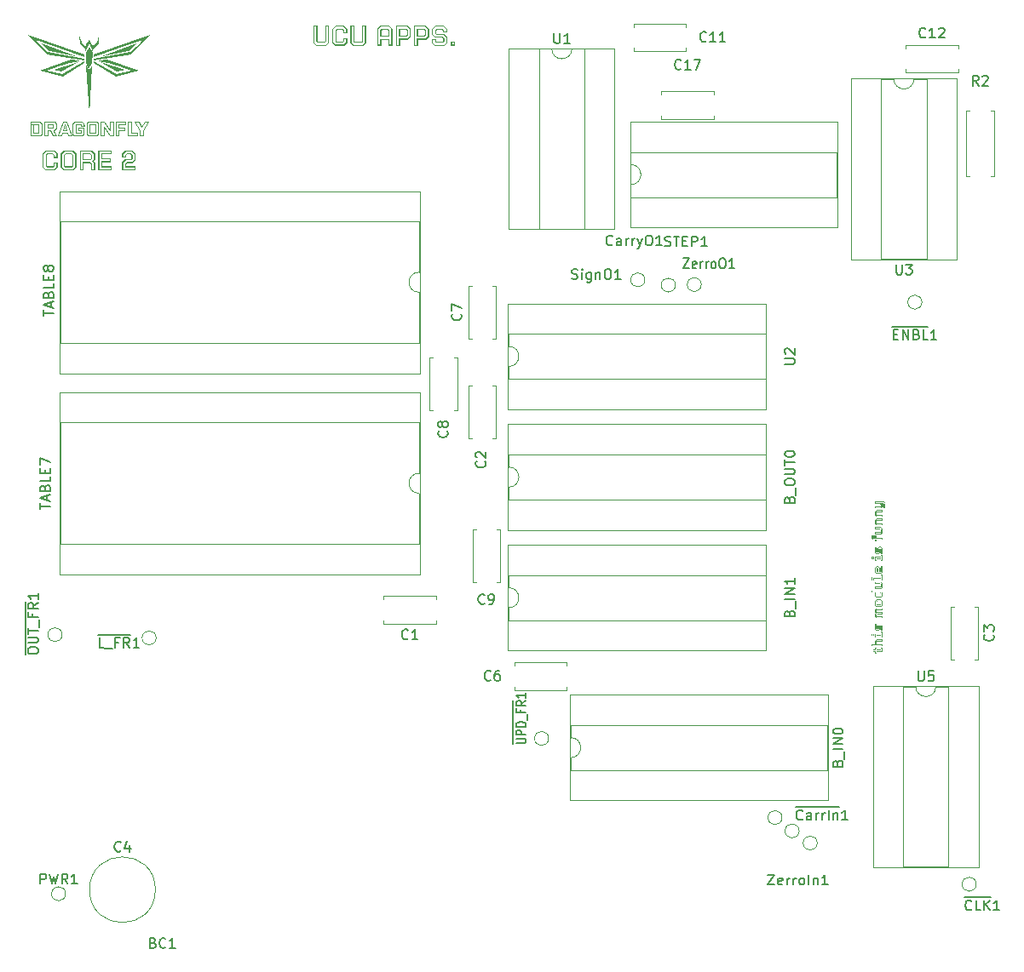
<source format=gbr>
%TF.GenerationSoftware,KiCad,Pcbnew,9.0.5*%
%TF.CreationDate,2025-11-19T18:12:50+02:00*%
%TF.ProjectId,core_2,636f7265-5f32-42e6-9b69-6361645f7063,rev?*%
%TF.SameCoordinates,Original*%
%TF.FileFunction,Legend,Top*%
%TF.FilePolarity,Positive*%
%FSLAX46Y46*%
G04 Gerber Fmt 4.6, Leading zero omitted, Abs format (unit mm)*
G04 Created by KiCad (PCBNEW 9.0.5) date 2025-11-19 18:12:50*
%MOMM*%
%LPD*%
G01*
G04 APERTURE LIST*
%ADD10C,0.052916*%
%ADD11C,0.000000*%
%ADD12C,0.150000*%
%ADD13C,0.120000*%
G04 APERTURE END LIST*
D10*
X188549104Y-22634875D02*
X188591111Y-22645975D01*
X188611479Y-22652567D01*
X188634229Y-22661418D01*
X188658578Y-22672894D01*
X188671108Y-22679731D01*
X188683744Y-22687362D01*
X188696388Y-22695832D01*
X188708944Y-22705188D01*
X188721312Y-22715475D01*
X188733395Y-22726738D01*
X188745096Y-22739024D01*
X188756316Y-22752379D01*
X188766957Y-22766847D01*
X188776923Y-22782476D01*
X188786114Y-22799310D01*
X188794434Y-22817396D01*
X188801784Y-22836780D01*
X188808067Y-22857506D01*
X188813184Y-22879621D01*
X188817038Y-22903171D01*
X188819532Y-22928201D01*
X188820567Y-22954758D01*
X188829298Y-23723901D01*
X188829681Y-23737037D01*
X188829321Y-23752119D01*
X188827847Y-23771687D01*
X188824700Y-23794851D01*
X188819322Y-23820718D01*
X188815621Y-23834387D01*
X188811152Y-23848397D01*
X188805845Y-23862637D01*
X188799632Y-23876996D01*
X188792440Y-23891361D01*
X188784201Y-23905622D01*
X188774845Y-23919667D01*
X188764302Y-23933384D01*
X188752502Y-23946663D01*
X188739374Y-23959391D01*
X188724850Y-23971457D01*
X188708859Y-23982750D01*
X188691331Y-23993158D01*
X188672197Y-24002570D01*
X188651385Y-24010874D01*
X188628828Y-24017959D01*
X188604454Y-24023713D01*
X188578194Y-24028025D01*
X188549978Y-24030783D01*
X188519735Y-24031876D01*
X187984516Y-24032769D01*
X187699527Y-24031876D01*
X187699527Y-23740833D01*
X187699527Y-22920625D01*
X187990569Y-22920625D01*
X187990569Y-23740833D01*
X188198597Y-23741825D01*
X188351105Y-23741949D01*
X188440360Y-23740833D01*
X188444545Y-23740373D01*
X188448664Y-23739506D01*
X188452712Y-23738260D01*
X188456685Y-23736663D01*
X188460578Y-23734742D01*
X188464388Y-23732526D01*
X188468109Y-23730041D01*
X188471738Y-23727315D01*
X188475270Y-23724376D01*
X188478701Y-23721251D01*
X188482026Y-23717969D01*
X188485241Y-23714556D01*
X188491324Y-23707450D01*
X188496915Y-23700154D01*
X188501979Y-23692889D01*
X188506480Y-23685876D01*
X188510385Y-23679335D01*
X188513658Y-23673489D01*
X188518169Y-23664761D01*
X188519735Y-23661458D01*
X188521025Y-23335855D01*
X188521186Y-23101678D01*
X188519735Y-22973542D01*
X188519205Y-22969084D01*
X188518277Y-22964881D01*
X188516979Y-22960927D01*
X188515337Y-22957215D01*
X188513379Y-22953735D01*
X188511133Y-22950482D01*
X188508625Y-22947448D01*
X188505882Y-22944624D01*
X188502932Y-22942003D01*
X188499801Y-22939579D01*
X188496518Y-22937343D01*
X188493109Y-22935288D01*
X188489601Y-22933407D01*
X188486022Y-22931691D01*
X188478758Y-22928728D01*
X188471534Y-22926338D01*
X188464568Y-22924462D01*
X188458077Y-22923039D01*
X188452279Y-22922010D01*
X188443630Y-22920891D01*
X188440360Y-22920625D01*
X187990569Y-22920625D01*
X187699527Y-22920625D01*
X187699527Y-22629584D01*
X188549104Y-22634875D01*
X194141277Y-22630619D02*
X194155488Y-22632477D01*
X194173930Y-22635731D01*
X194195764Y-22640757D01*
X194220152Y-22647931D01*
X194246254Y-22657630D01*
X194259686Y-22663544D01*
X194273232Y-22670230D01*
X194286787Y-22677736D01*
X194300247Y-22686107D01*
X194313506Y-22695393D01*
X194326461Y-22705638D01*
X194339005Y-22716892D01*
X194351034Y-22729199D01*
X194362444Y-22742609D01*
X194373129Y-22757166D01*
X194382984Y-22772920D01*
X194391905Y-22789916D01*
X194399788Y-22808202D01*
X194406526Y-22827825D01*
X194412015Y-22848832D01*
X194416151Y-22871269D01*
X194418829Y-22895185D01*
X194419943Y-22920625D01*
X194426823Y-23765175D01*
X194425232Y-23776338D01*
X194422738Y-23789151D01*
X194418662Y-23805768D01*
X194412666Y-23825428D01*
X194404415Y-23847370D01*
X194393569Y-23870832D01*
X194387069Y-23882895D01*
X194379793Y-23895052D01*
X194371700Y-23907209D01*
X194362749Y-23919269D01*
X194352896Y-23931139D01*
X194342099Y-23942722D01*
X194330317Y-23953923D01*
X194317507Y-23964648D01*
X194303628Y-23974801D01*
X194288636Y-23984287D01*
X194272490Y-23993010D01*
X194255148Y-24000876D01*
X194236567Y-24007789D01*
X194216706Y-24013654D01*
X194195521Y-24018376D01*
X194172972Y-24021859D01*
X194149016Y-24024009D01*
X194123611Y-24024731D01*
X193593385Y-24025260D01*
X193580539Y-24023683D01*
X193565782Y-24021221D01*
X193546624Y-24017207D01*
X193523934Y-24011314D01*
X193498577Y-24003215D01*
X193471421Y-23992583D01*
X193457440Y-23986215D01*
X193443333Y-23979091D01*
X193429211Y-23971170D01*
X193415180Y-23962411D01*
X193401350Y-23952773D01*
X193387829Y-23942216D01*
X193374725Y-23930699D01*
X193362147Y-23918180D01*
X193350203Y-23904620D01*
X193339001Y-23889976D01*
X193328649Y-23874208D01*
X193319257Y-23857275D01*
X193310933Y-23839137D01*
X193303784Y-23819751D01*
X193297919Y-23799079D01*
X193293447Y-23777078D01*
X193290476Y-23753707D01*
X193289115Y-23728927D01*
X193284245Y-23417562D01*
X193282301Y-23160271D01*
X193282235Y-22920625D01*
X193284057Y-22909096D01*
X193286906Y-22895807D01*
X193291553Y-22878499D01*
X193298381Y-22857919D01*
X193307768Y-22834817D01*
X193313541Y-22822553D01*
X193320097Y-22809939D01*
X193327483Y-22797068D01*
X193335747Y-22784034D01*
X193344937Y-22770930D01*
X193355099Y-22757850D01*
X193366283Y-22744888D01*
X193378534Y-22732136D01*
X193391902Y-22719688D01*
X193406432Y-22707638D01*
X193422174Y-22696079D01*
X193439174Y-22685105D01*
X193457481Y-22674809D01*
X193477141Y-22665285D01*
X193498202Y-22656626D01*
X193520713Y-22648926D01*
X193544719Y-22642278D01*
X193570270Y-22636776D01*
X193597412Y-22632514D01*
X193626193Y-22629584D01*
X194128902Y-22629584D01*
X194141277Y-22630619D01*
D11*
G36*
X197727235Y-15988542D02*
G01*
X193996610Y-16517708D01*
X193996610Y-16358958D01*
X197621401Y-15750417D01*
X198212017Y-15161653D01*
X198613266Y-14753194D01*
X198742078Y-14615965D01*
X198776244Y-14576041D01*
X198784230Y-14564744D01*
X198785568Y-14559792D01*
X198031828Y-14808740D01*
X196395785Y-15373451D01*
X194023068Y-16200208D01*
X194023068Y-15962083D01*
X199605776Y-14004167D01*
X197727235Y-15988542D01*
G37*
D10*
X197145151Y-22629584D02*
X197145151Y-22920625D01*
X196483694Y-22920625D01*
X196483694Y-23211667D01*
X197039318Y-23211667D01*
X197039318Y-23476250D01*
X196483694Y-23476250D01*
X196483694Y-24031875D01*
X196166193Y-24031875D01*
X196174395Y-22626144D01*
X197145151Y-22629584D01*
X194078415Y-22920663D02*
X194080906Y-22920838D01*
X194084146Y-22921229D01*
X194087990Y-22921920D01*
X194092295Y-22922997D01*
X194094576Y-22923706D01*
X194096918Y-22924544D01*
X194099304Y-22925519D01*
X194101716Y-22926644D01*
X194104135Y-22927929D01*
X194106544Y-22929384D01*
X194108925Y-22931020D01*
X194111260Y-22932847D01*
X194113531Y-22934876D01*
X194115721Y-22937117D01*
X194117810Y-22939582D01*
X194119782Y-22942280D01*
X194121618Y-22945222D01*
X194123300Y-22948419D01*
X194124811Y-22951881D01*
X194126133Y-22955619D01*
X194127247Y-22959644D01*
X194128136Y-22963966D01*
X194128782Y-22968595D01*
X194129166Y-22973542D01*
X194130088Y-23104134D01*
X194129795Y-23338038D01*
X194128638Y-23661458D01*
X194129099Y-23664837D01*
X194129468Y-23668716D01*
X194129745Y-23673749D01*
X194129794Y-23679708D01*
X194129475Y-23686364D01*
X194128650Y-23693487D01*
X194128005Y-23697152D01*
X194127182Y-23700848D01*
X194126164Y-23704546D01*
X194124933Y-23708219D01*
X194123472Y-23711836D01*
X194121764Y-23715369D01*
X194119792Y-23718791D01*
X194117539Y-23722072D01*
X194114986Y-23725183D01*
X194112118Y-23728096D01*
X194108916Y-23730782D01*
X194105363Y-23733213D01*
X194101443Y-23735360D01*
X194097138Y-23737195D01*
X194092430Y-23738688D01*
X194087303Y-23739811D01*
X194081739Y-23740536D01*
X194075721Y-23740833D01*
X193678846Y-23740833D01*
X193675468Y-23741012D01*
X193666555Y-23740974D01*
X193660596Y-23740604D01*
X193653940Y-23739857D01*
X193646817Y-23738624D01*
X193639456Y-23736798D01*
X193635758Y-23735630D01*
X193632085Y-23734272D01*
X193628468Y-23732712D01*
X193624934Y-23730937D01*
X193621513Y-23728933D01*
X193618232Y-23726686D01*
X193615121Y-23724183D01*
X193612208Y-23721411D01*
X193609522Y-23718356D01*
X193607091Y-23715004D01*
X193604944Y-23711343D01*
X193603110Y-23707358D01*
X193601617Y-23703037D01*
X193600493Y-23698365D01*
X193599769Y-23693329D01*
X193599471Y-23687916D01*
X193600000Y-23000000D01*
X193599582Y-22996676D01*
X193599260Y-22992856D01*
X193599041Y-22987895D01*
X193599057Y-22982017D01*
X193599442Y-22975443D01*
X193600329Y-22968399D01*
X193601003Y-22964770D01*
X193601852Y-22961106D01*
X193602893Y-22957437D01*
X193604144Y-22953789D01*
X193605620Y-22950191D01*
X193607338Y-22946670D01*
X193609315Y-22943255D01*
X193611568Y-22939973D01*
X193614112Y-22936852D01*
X193616966Y-22933921D01*
X193620146Y-22931206D01*
X193623667Y-22928736D01*
X193627548Y-22926540D01*
X193631804Y-22924644D01*
X193636452Y-22923076D01*
X193641509Y-22921865D01*
X193646992Y-22921039D01*
X193652917Y-22920625D01*
X194076250Y-22920625D01*
X194078415Y-22920663D01*
D11*
G36*
X193864318Y-15829792D02*
G01*
X193854529Y-16801606D01*
X193520360Y-17390833D01*
X193191747Y-16796315D01*
X193202860Y-15829792D01*
X193534383Y-15238184D01*
X193864318Y-15829792D01*
G37*
G36*
X193601058Y-16060507D02*
G01*
X193601851Y-16669314D01*
X193539145Y-16867223D01*
X193538352Y-16865899D01*
X193461094Y-16676457D01*
X193467443Y-16067916D01*
X193532002Y-15855720D01*
X193601058Y-16060507D01*
G37*
G36*
X197489110Y-15591667D02*
G01*
X194816818Y-16094375D01*
X198203485Y-14903750D01*
X197489110Y-15591667D01*
G37*
G36*
X192250360Y-16094375D02*
G01*
X189578069Y-15591667D01*
X188863694Y-14903750D01*
X192250360Y-16094375D01*
G37*
D10*
X189986334Y-22630261D02*
X189999406Y-22631729D01*
X190016359Y-22634503D01*
X190036416Y-22638998D01*
X190058799Y-22645629D01*
X190070620Y-22649875D01*
X190082731Y-22654810D01*
X190095034Y-22660486D01*
X190107434Y-22666956D01*
X190119831Y-22674270D01*
X190132130Y-22682481D01*
X190144234Y-22691641D01*
X190156044Y-22701801D01*
X190167463Y-22713013D01*
X190178396Y-22725330D01*
X190188743Y-22738802D01*
X190198409Y-22753483D01*
X190207296Y-22769423D01*
X190215306Y-22786674D01*
X190222343Y-22805288D01*
X190228310Y-22825318D01*
X190233109Y-22846815D01*
X190236643Y-22869830D01*
X190238814Y-22894417D01*
X190239527Y-22920625D01*
X190239527Y-23264583D01*
X190237621Y-23273152D01*
X190234881Y-23283151D01*
X190230630Y-23296325D01*
X190224631Y-23312200D01*
X190216645Y-23330300D01*
X190206432Y-23350151D01*
X190200416Y-23360584D01*
X190193754Y-23371276D01*
X190186416Y-23382169D01*
X190178372Y-23393202D01*
X190169593Y-23404316D01*
X190160049Y-23415452D01*
X190149709Y-23426551D01*
X190138543Y-23437553D01*
X190126523Y-23448398D01*
X190113618Y-23459027D01*
X190099799Y-23469381D01*
X190085035Y-23479401D01*
X190069296Y-23489026D01*
X190052553Y-23498199D01*
X190034777Y-23506858D01*
X190015936Y-23514946D01*
X189996002Y-23522401D01*
X189974944Y-23529166D01*
X189986173Y-23550093D01*
X190018249Y-23604606D01*
X190117389Y-23769540D01*
X190262810Y-24009121D01*
X189938431Y-24015736D01*
X189657444Y-23529166D01*
X189392861Y-23529166D01*
X189392861Y-24031875D01*
X189075361Y-24031875D01*
X189075361Y-22629584D01*
X189101819Y-22629584D01*
X189974944Y-22629584D01*
X189986334Y-22630261D01*
X195900816Y-24029493D02*
X195601044Y-24014412D01*
X194996471Y-23152663D01*
X194989591Y-24028699D01*
X194684527Y-24031875D01*
X194684527Y-22629584D01*
X194990650Y-22630641D01*
X195584110Y-23502708D01*
X195584110Y-22629584D01*
X195901610Y-22629584D01*
X195900816Y-24029493D01*
D11*
G36*
X193837860Y-17179166D02*
G01*
X193532530Y-21850915D01*
X193255777Y-17152708D01*
X193229318Y-17020417D01*
X193467443Y-17496667D01*
X193545760Y-20359194D01*
X193599735Y-17496667D01*
X193864318Y-17020417D01*
X193837860Y-17179166D01*
G37*
G36*
X193044110Y-15962083D02*
G01*
X193044110Y-16200208D01*
X190671393Y-15373451D01*
X189035350Y-14808740D01*
X188281610Y-14559792D01*
X188282948Y-14564744D01*
X188290935Y-14576041D01*
X188325100Y-14615965D01*
X188453912Y-14753194D01*
X188855161Y-15161653D01*
X189445777Y-15750417D01*
X193070568Y-16358958D01*
X193070568Y-16517708D01*
X189339944Y-15988542D01*
X187461402Y-14004167D01*
X193044110Y-15962083D01*
G37*
G36*
X192647235Y-16597083D02*
G01*
X192428015Y-16636179D01*
X192159521Y-16692589D01*
X191987165Y-16732208D01*
X191790018Y-16780274D01*
X191568541Y-16837416D01*
X191323195Y-16904261D01*
X191054439Y-16981438D01*
X190762736Y-17069575D01*
X190448546Y-17169301D01*
X190112330Y-17281243D01*
X189754549Y-17406031D01*
X189375662Y-17544291D01*
X190821610Y-17893542D01*
X193044110Y-16650000D01*
X193070568Y-16808750D01*
X190900985Y-18131666D01*
X188625569Y-17576042D01*
X191694735Y-16491250D01*
X192647235Y-16597083D01*
G37*
D10*
X191774110Y-24031875D02*
X191430152Y-24031875D01*
X191350777Y-23767292D01*
X190821610Y-23767292D01*
X190742235Y-24031875D01*
X190404891Y-24028965D01*
X190900985Y-22629584D01*
X191271402Y-22629584D01*
X191774110Y-24031875D01*
X191271402Y-23502708D02*
X190900985Y-23502708D01*
X191086193Y-22947083D01*
X191271402Y-23502708D01*
X197679346Y-23759354D02*
X198312758Y-23762794D01*
X198309318Y-24031875D01*
X197356818Y-24031875D01*
X197356818Y-22629584D01*
X197674318Y-22629584D01*
X197679346Y-23759354D01*
D11*
G36*
X190803354Y-17676848D02*
G01*
X189974944Y-17523125D01*
X192435568Y-16729375D01*
X190803354Y-17676848D01*
G37*
D10*
X192717086Y-22640961D02*
X192733039Y-22641884D01*
X192748648Y-22644195D01*
X192763900Y-22647800D01*
X192778786Y-22652607D01*
X192793295Y-22658523D01*
X192807416Y-22665456D01*
X192821139Y-22673311D01*
X192834453Y-22681996D01*
X192847348Y-22691418D01*
X192859813Y-22701485D01*
X192871837Y-22712102D01*
X192883410Y-22723179D01*
X192894522Y-22734621D01*
X192905161Y-22746335D01*
X192924982Y-22770210D01*
X192942787Y-22794059D01*
X192958492Y-22817141D01*
X192972012Y-22838711D01*
X192983264Y-22858027D01*
X192998624Y-22886919D01*
X193003894Y-22897871D01*
X193017652Y-23052917D01*
X192700152Y-23052917D01*
X192700114Y-23054657D01*
X192700052Y-23053148D01*
X192700152Y-23000000D01*
X192700023Y-22993510D01*
X192699601Y-22987379D01*
X192698905Y-22981598D01*
X192697954Y-22976155D01*
X192696768Y-22971041D01*
X192695367Y-22966246D01*
X192693769Y-22961759D01*
X192691995Y-22957571D01*
X192690064Y-22953673D01*
X192687996Y-22950052D01*
X192685810Y-22946701D01*
X192683525Y-22943608D01*
X192681161Y-22940764D01*
X192678738Y-22938158D01*
X192676276Y-22935781D01*
X192673793Y-22933623D01*
X192671309Y-22931673D01*
X192668844Y-22929921D01*
X192666417Y-22928358D01*
X192664048Y-22926973D01*
X192659561Y-22924699D01*
X192655540Y-22923019D01*
X192652141Y-22921851D01*
X192649520Y-22921117D01*
X192647235Y-22920625D01*
X192250360Y-22920625D01*
X192244482Y-22920800D01*
X192239040Y-22921263D01*
X192234018Y-22921994D01*
X192229399Y-22922975D01*
X192225168Y-22924186D01*
X192221307Y-22925607D01*
X192217801Y-22927220D01*
X192214633Y-22929005D01*
X192211787Y-22930943D01*
X192209246Y-22933016D01*
X192206993Y-22935202D01*
X192205014Y-22937485D01*
X192203291Y-22939843D01*
X192201807Y-22942258D01*
X192200547Y-22944711D01*
X192199494Y-22947183D01*
X192198631Y-22949653D01*
X192197943Y-22952104D01*
X192197413Y-22954516D01*
X192197025Y-22956869D01*
X192196607Y-22961322D01*
X192196559Y-22965311D01*
X192196749Y-22968681D01*
X192197047Y-22971279D01*
X192197443Y-22973542D01*
X192197443Y-23687916D01*
X192197648Y-23692840D01*
X192198291Y-23697449D01*
X192199344Y-23701753D01*
X192200778Y-23705763D01*
X192202563Y-23709489D01*
X192204670Y-23712941D01*
X192207070Y-23716130D01*
X192209734Y-23719067D01*
X192212632Y-23721761D01*
X192215736Y-23724224D01*
X192219015Y-23726465D01*
X192222442Y-23728495D01*
X192225986Y-23730325D01*
X192229618Y-23731965D01*
X192233310Y-23733424D01*
X192237032Y-23734715D01*
X192244448Y-23736829D01*
X192251634Y-23738391D01*
X192258355Y-23739485D01*
X192264379Y-23740192D01*
X192273397Y-23740784D01*
X192276818Y-23740833D01*
X192647235Y-23740833D01*
X192652555Y-23740635D01*
X192657509Y-23740152D01*
X192662111Y-23739403D01*
X192666373Y-23738407D01*
X192670308Y-23737184D01*
X192673930Y-23735753D01*
X192677251Y-23734132D01*
X192680283Y-23732342D01*
X192683041Y-23730399D01*
X192685536Y-23728325D01*
X192687781Y-23726138D01*
X192689791Y-23723857D01*
X192691576Y-23721502D01*
X192693151Y-23719090D01*
X192694528Y-23716642D01*
X192695720Y-23714176D01*
X192696740Y-23711712D01*
X192697601Y-23709269D01*
X192698315Y-23706865D01*
X192698896Y-23704520D01*
X192699709Y-23700083D01*
X192700143Y-23696110D01*
X192700302Y-23692754D01*
X192700287Y-23690168D01*
X192700152Y-23687916D01*
X192700152Y-23478367D01*
X192435568Y-23476250D01*
X192435568Y-23238125D01*
X192999395Y-23237858D01*
X193006076Y-23436362D01*
X193009441Y-23610450D01*
X193009676Y-23694607D01*
X193008391Y-23768613D01*
X193007199Y-23785612D01*
X193004769Y-23801940D01*
X193001186Y-23817605D01*
X192996533Y-23832615D01*
X192990894Y-23846979D01*
X192984352Y-23860706D01*
X192976991Y-23873804D01*
X192968894Y-23886282D01*
X192960145Y-23898150D01*
X192950828Y-23909414D01*
X192941026Y-23920085D01*
X192930824Y-23930171D01*
X192920304Y-23939680D01*
X192909550Y-23948621D01*
X192898646Y-23957003D01*
X192887675Y-23964835D01*
X192865869Y-23978881D01*
X192844799Y-23990830D01*
X192825136Y-24000750D01*
X192807548Y-24008710D01*
X192781272Y-24019032D01*
X192771325Y-24022349D01*
X192589457Y-24024995D01*
X192391479Y-24025028D01*
X192148231Y-24021291D01*
X192125976Y-24020050D01*
X192104974Y-24017480D01*
X192085190Y-24013668D01*
X192066588Y-24008706D01*
X192049133Y-24002683D01*
X192032788Y-23995690D01*
X192017517Y-23987815D01*
X192003285Y-23979148D01*
X191990056Y-23969781D01*
X191977793Y-23959801D01*
X191966461Y-23949300D01*
X191956024Y-23938366D01*
X191946447Y-23927091D01*
X191937692Y-23915563D01*
X191929725Y-23903872D01*
X191922509Y-23892109D01*
X191916008Y-23880363D01*
X191910187Y-23868723D01*
X191900440Y-23846124D01*
X191892981Y-23825031D01*
X191887522Y-23806161D01*
X191883775Y-23790233D01*
X191881455Y-23777967D01*
X191879944Y-23767292D01*
X191879944Y-22920625D01*
X191881330Y-22896222D01*
X191884517Y-22873287D01*
X191889383Y-22851773D01*
X191895806Y-22831637D01*
X191903667Y-22812832D01*
X191912844Y-22795313D01*
X191923216Y-22779034D01*
X191934663Y-22763950D01*
X191947063Y-22750016D01*
X191960296Y-22737186D01*
X191974240Y-22725414D01*
X191988774Y-22714656D01*
X192003779Y-22704865D01*
X192019132Y-22695997D01*
X192034714Y-22688006D01*
X192050402Y-22680846D01*
X192081615Y-22668839D01*
X192111806Y-22659612D01*
X192140006Y-22652802D01*
X192165247Y-22648046D01*
X192186564Y-22644979D01*
X192202988Y-22643239D01*
X192217288Y-22642283D01*
X192404282Y-22640728D01*
X192568224Y-22640162D01*
X192717086Y-22640961D01*
X189881437Y-22919735D02*
X189885923Y-22920137D01*
X189888292Y-22920517D01*
X189890719Y-22921040D01*
X189893184Y-22921721D01*
X189895668Y-22922577D01*
X189898151Y-22923624D01*
X189900613Y-22924879D01*
X189903036Y-22926359D01*
X189905400Y-22928080D01*
X189907685Y-22930058D01*
X189909871Y-22932310D01*
X189911939Y-22934853D01*
X189913870Y-22937703D01*
X189915644Y-22940877D01*
X189917242Y-22944391D01*
X189918643Y-22948261D01*
X189919829Y-22952505D01*
X189920780Y-22957138D01*
X189921476Y-22962178D01*
X189921898Y-22967640D01*
X189922027Y-22973542D01*
X189922027Y-23211667D01*
X189921663Y-23213897D01*
X189921134Y-23216459D01*
X189920307Y-23219786D01*
X189919133Y-23223727D01*
X189917562Y-23228131D01*
X189915545Y-23232848D01*
X189914353Y-23235277D01*
X189913031Y-23237728D01*
X189911573Y-23240182D01*
X189909972Y-23242621D01*
X189908222Y-23245025D01*
X189906317Y-23247375D01*
X189904251Y-23249654D01*
X189902018Y-23251841D01*
X189899611Y-23253919D01*
X189897024Y-23255869D01*
X189894251Y-23257671D01*
X189891286Y-23259307D01*
X189888122Y-23260758D01*
X189884754Y-23262006D01*
X189881175Y-23263031D01*
X189877378Y-23263815D01*
X189873359Y-23264339D01*
X189869110Y-23264583D01*
X189392860Y-23264583D01*
X189392860Y-22920625D01*
X189869110Y-22920625D01*
X189871395Y-22920219D01*
X189874016Y-22919908D01*
X189877416Y-22919703D01*
X189881437Y-22919735D01*
D11*
G36*
X194472860Y-14850833D02*
G01*
X193890777Y-15432917D01*
X193943693Y-15750417D01*
X193546818Y-14850833D01*
X193123485Y-15750417D01*
X193176402Y-15432917D01*
X192594318Y-14850833D01*
X192541402Y-14110000D01*
X192777674Y-14716425D01*
X192831170Y-14788764D01*
X192886449Y-14861728D01*
X192950447Y-14943702D01*
X193015438Y-15023047D01*
X193045890Y-15058096D01*
X193073694Y-15088123D01*
X193097882Y-15111673D01*
X193117488Y-15127291D01*
X193125272Y-15131671D01*
X193131548Y-15133522D01*
X193136196Y-15132662D01*
X193139095Y-15128911D01*
X193146680Y-15113141D01*
X193160890Y-15087736D01*
X193205556Y-15013825D01*
X193265823Y-14918793D01*
X193334424Y-14814255D01*
X193404092Y-14711825D01*
X193467559Y-14623118D01*
X193494696Y-14587541D01*
X193517557Y-14559749D01*
X193535234Y-14541196D01*
X193541845Y-14535838D01*
X193546818Y-14533333D01*
X193551821Y-14534125D01*
X193558513Y-14538380D01*
X193576482Y-14556367D01*
X193599754Y-14585464D01*
X193627359Y-14623841D01*
X193691693Y-14721113D01*
X193761726Y-14833536D01*
X193887858Y-15045265D01*
X193943693Y-15141875D01*
X194287652Y-14745000D01*
X194525777Y-14110000D01*
X194472860Y-14850833D01*
G37*
G36*
X197092235Y-17523125D02*
G01*
X196263824Y-17676848D01*
X194631610Y-16729375D01*
X197092235Y-17523125D01*
G37*
G36*
X198441610Y-17576042D02*
G01*
X196166193Y-18131666D01*
X193996610Y-16808750D01*
X194023068Y-16650000D01*
X196245568Y-17893542D01*
X197691516Y-17544291D01*
X197312630Y-17406031D01*
X196954848Y-17281243D01*
X196618632Y-17169301D01*
X196304442Y-17069575D01*
X196012739Y-16981438D01*
X195743984Y-16904261D01*
X195498637Y-16837416D01*
X195277160Y-16780274D01*
X195080013Y-16732208D01*
X194907657Y-16692589D01*
X194639163Y-16636179D01*
X194419943Y-16597083D01*
X195372443Y-16491250D01*
X198441610Y-17576042D01*
G37*
D10*
X198759109Y-23185208D02*
X199050152Y-22629584D01*
X199420568Y-22629584D01*
X198891402Y-23529166D01*
X198891402Y-24031875D01*
X198600360Y-24031875D01*
X198596655Y-23533664D01*
X198071193Y-22629584D01*
X198441610Y-22629584D01*
X198759109Y-23185208D01*
D12*
X241511429Y-38267200D02*
X241654286Y-38314819D01*
X241654286Y-38314819D02*
X241892381Y-38314819D01*
X241892381Y-38314819D02*
X241987619Y-38267200D01*
X241987619Y-38267200D02*
X242035238Y-38219580D01*
X242035238Y-38219580D02*
X242082857Y-38124342D01*
X242082857Y-38124342D02*
X242082857Y-38029104D01*
X242082857Y-38029104D02*
X242035238Y-37933866D01*
X242035238Y-37933866D02*
X241987619Y-37886247D01*
X241987619Y-37886247D02*
X241892381Y-37838628D01*
X241892381Y-37838628D02*
X241701905Y-37791009D01*
X241701905Y-37791009D02*
X241606667Y-37743390D01*
X241606667Y-37743390D02*
X241559048Y-37695771D01*
X241559048Y-37695771D02*
X241511429Y-37600533D01*
X241511429Y-37600533D02*
X241511429Y-37505295D01*
X241511429Y-37505295D02*
X241559048Y-37410057D01*
X241559048Y-37410057D02*
X241606667Y-37362438D01*
X241606667Y-37362438D02*
X241701905Y-37314819D01*
X241701905Y-37314819D02*
X241940000Y-37314819D01*
X241940000Y-37314819D02*
X242082857Y-37362438D01*
X242511429Y-38314819D02*
X242511429Y-37648152D01*
X242511429Y-37314819D02*
X242463810Y-37362438D01*
X242463810Y-37362438D02*
X242511429Y-37410057D01*
X242511429Y-37410057D02*
X242559048Y-37362438D01*
X242559048Y-37362438D02*
X242511429Y-37314819D01*
X242511429Y-37314819D02*
X242511429Y-37410057D01*
X243416190Y-37648152D02*
X243416190Y-38457676D01*
X243416190Y-38457676D02*
X243368571Y-38552914D01*
X243368571Y-38552914D02*
X243320952Y-38600533D01*
X243320952Y-38600533D02*
X243225714Y-38648152D01*
X243225714Y-38648152D02*
X243082857Y-38648152D01*
X243082857Y-38648152D02*
X242987619Y-38600533D01*
X243416190Y-38267200D02*
X243320952Y-38314819D01*
X243320952Y-38314819D02*
X243130476Y-38314819D01*
X243130476Y-38314819D02*
X243035238Y-38267200D01*
X243035238Y-38267200D02*
X242987619Y-38219580D01*
X242987619Y-38219580D02*
X242940000Y-38124342D01*
X242940000Y-38124342D02*
X242940000Y-37838628D01*
X242940000Y-37838628D02*
X242987619Y-37743390D01*
X242987619Y-37743390D02*
X243035238Y-37695771D01*
X243035238Y-37695771D02*
X243130476Y-37648152D01*
X243130476Y-37648152D02*
X243320952Y-37648152D01*
X243320952Y-37648152D02*
X243416190Y-37695771D01*
X243892381Y-37648152D02*
X243892381Y-38314819D01*
X243892381Y-37743390D02*
X243940000Y-37695771D01*
X243940000Y-37695771D02*
X244035238Y-37648152D01*
X244035238Y-37648152D02*
X244178095Y-37648152D01*
X244178095Y-37648152D02*
X244273333Y-37695771D01*
X244273333Y-37695771D02*
X244320952Y-37791009D01*
X244320952Y-37791009D02*
X244320952Y-38314819D01*
X244987619Y-37314819D02*
X245178095Y-37314819D01*
X245178095Y-37314819D02*
X245273333Y-37362438D01*
X245273333Y-37362438D02*
X245368571Y-37457676D01*
X245368571Y-37457676D02*
X245416190Y-37648152D01*
X245416190Y-37648152D02*
X245416190Y-37981485D01*
X245416190Y-37981485D02*
X245368571Y-38171961D01*
X245368571Y-38171961D02*
X245273333Y-38267200D01*
X245273333Y-38267200D02*
X245178095Y-38314819D01*
X245178095Y-38314819D02*
X244987619Y-38314819D01*
X244987619Y-38314819D02*
X244892381Y-38267200D01*
X244892381Y-38267200D02*
X244797143Y-38171961D01*
X244797143Y-38171961D02*
X244749524Y-37981485D01*
X244749524Y-37981485D02*
X244749524Y-37648152D01*
X244749524Y-37648152D02*
X244797143Y-37457676D01*
X244797143Y-37457676D02*
X244892381Y-37362438D01*
X244892381Y-37362438D02*
X244987619Y-37314819D01*
X246368571Y-38314819D02*
X245797143Y-38314819D01*
X246082857Y-38314819D02*
X246082857Y-37314819D01*
X246082857Y-37314819D02*
X245987619Y-37457676D01*
X245987619Y-37457676D02*
X245892381Y-37552914D01*
X245892381Y-37552914D02*
X245797143Y-37600533D01*
X188654819Y-61167618D02*
X188654819Y-60596190D01*
X189654819Y-60881904D02*
X188654819Y-60881904D01*
X189369104Y-60310475D02*
X189369104Y-59834285D01*
X189654819Y-60405713D02*
X188654819Y-60072380D01*
X188654819Y-60072380D02*
X189654819Y-59739047D01*
X189131009Y-59072380D02*
X189178628Y-58929523D01*
X189178628Y-58929523D02*
X189226247Y-58881904D01*
X189226247Y-58881904D02*
X189321485Y-58834285D01*
X189321485Y-58834285D02*
X189464342Y-58834285D01*
X189464342Y-58834285D02*
X189559580Y-58881904D01*
X189559580Y-58881904D02*
X189607200Y-58929523D01*
X189607200Y-58929523D02*
X189654819Y-59024761D01*
X189654819Y-59024761D02*
X189654819Y-59405713D01*
X189654819Y-59405713D02*
X188654819Y-59405713D01*
X188654819Y-59405713D02*
X188654819Y-59072380D01*
X188654819Y-59072380D02*
X188702438Y-58977142D01*
X188702438Y-58977142D02*
X188750057Y-58929523D01*
X188750057Y-58929523D02*
X188845295Y-58881904D01*
X188845295Y-58881904D02*
X188940533Y-58881904D01*
X188940533Y-58881904D02*
X189035771Y-58929523D01*
X189035771Y-58929523D02*
X189083390Y-58977142D01*
X189083390Y-58977142D02*
X189131009Y-59072380D01*
X189131009Y-59072380D02*
X189131009Y-59405713D01*
X189654819Y-57929523D02*
X189654819Y-58405713D01*
X189654819Y-58405713D02*
X188654819Y-58405713D01*
X189131009Y-57596189D02*
X189131009Y-57262856D01*
X189654819Y-57119999D02*
X189654819Y-57596189D01*
X189654819Y-57596189D02*
X188654819Y-57596189D01*
X188654819Y-57596189D02*
X188654819Y-57119999D01*
X188654819Y-56786665D02*
X188654819Y-56119999D01*
X188654819Y-56119999D02*
X189654819Y-56548570D01*
X196683333Y-95159580D02*
X196635714Y-95207200D01*
X196635714Y-95207200D02*
X196492857Y-95254819D01*
X196492857Y-95254819D02*
X196397619Y-95254819D01*
X196397619Y-95254819D02*
X196254762Y-95207200D01*
X196254762Y-95207200D02*
X196159524Y-95111961D01*
X196159524Y-95111961D02*
X196111905Y-95016723D01*
X196111905Y-95016723D02*
X196064286Y-94826247D01*
X196064286Y-94826247D02*
X196064286Y-94683390D01*
X196064286Y-94683390D02*
X196111905Y-94492914D01*
X196111905Y-94492914D02*
X196159524Y-94397676D01*
X196159524Y-94397676D02*
X196254762Y-94302438D01*
X196254762Y-94302438D02*
X196397619Y-94254819D01*
X196397619Y-94254819D02*
X196492857Y-94254819D01*
X196492857Y-94254819D02*
X196635714Y-94302438D01*
X196635714Y-94302438D02*
X196683333Y-94350057D01*
X197540476Y-94588152D02*
X197540476Y-95254819D01*
X197302381Y-94207200D02*
X197064286Y-94921485D01*
X197064286Y-94921485D02*
X197683333Y-94921485D01*
X262654819Y-46761904D02*
X263464342Y-46761904D01*
X263464342Y-46761904D02*
X263559580Y-46714285D01*
X263559580Y-46714285D02*
X263607200Y-46666666D01*
X263607200Y-46666666D02*
X263654819Y-46571428D01*
X263654819Y-46571428D02*
X263654819Y-46380952D01*
X263654819Y-46380952D02*
X263607200Y-46285714D01*
X263607200Y-46285714D02*
X263559580Y-46238095D01*
X263559580Y-46238095D02*
X263464342Y-46190476D01*
X263464342Y-46190476D02*
X262654819Y-46190476D01*
X262750057Y-45761904D02*
X262702438Y-45714285D01*
X262702438Y-45714285D02*
X262654819Y-45619047D01*
X262654819Y-45619047D02*
X262654819Y-45380952D01*
X262654819Y-45380952D02*
X262702438Y-45285714D01*
X262702438Y-45285714D02*
X262750057Y-45238095D01*
X262750057Y-45238095D02*
X262845295Y-45190476D01*
X262845295Y-45190476D02*
X262940533Y-45190476D01*
X262940533Y-45190476D02*
X263083390Y-45238095D01*
X263083390Y-45238095D02*
X263654819Y-45809523D01*
X263654819Y-45809523D02*
X263654819Y-45190476D01*
X281238571Y-100999580D02*
X281190952Y-101047200D01*
X281190952Y-101047200D02*
X281048095Y-101094819D01*
X281048095Y-101094819D02*
X280952857Y-101094819D01*
X280952857Y-101094819D02*
X280810000Y-101047200D01*
X280810000Y-101047200D02*
X280714762Y-100951961D01*
X280714762Y-100951961D02*
X280667143Y-100856723D01*
X280667143Y-100856723D02*
X280619524Y-100666247D01*
X280619524Y-100666247D02*
X280619524Y-100523390D01*
X280619524Y-100523390D02*
X280667143Y-100332914D01*
X280667143Y-100332914D02*
X280714762Y-100237676D01*
X280714762Y-100237676D02*
X280810000Y-100142438D01*
X280810000Y-100142438D02*
X280952857Y-100094819D01*
X280952857Y-100094819D02*
X281048095Y-100094819D01*
X281048095Y-100094819D02*
X281190952Y-100142438D01*
X281190952Y-100142438D02*
X281238571Y-100190057D01*
X282143333Y-101094819D02*
X281667143Y-101094819D01*
X281667143Y-101094819D02*
X281667143Y-100094819D01*
X282476667Y-101094819D02*
X282476667Y-100094819D01*
X283048095Y-101094819D02*
X282619524Y-100523390D01*
X283048095Y-100094819D02*
X282476667Y-100666247D01*
X280529048Y-99817200D02*
X283138572Y-99817200D01*
X284000476Y-101094819D02*
X283429048Y-101094819D01*
X283714762Y-101094819D02*
X283714762Y-100094819D01*
X283714762Y-100094819D02*
X283619524Y-100237676D01*
X283619524Y-100237676D02*
X283524286Y-100332914D01*
X283524286Y-100332914D02*
X283429048Y-100380533D01*
X187454819Y-75360714D02*
X187454819Y-75170238D01*
X187454819Y-75170238D02*
X187502438Y-75075000D01*
X187502438Y-75075000D02*
X187597676Y-74979762D01*
X187597676Y-74979762D02*
X187788152Y-74932143D01*
X187788152Y-74932143D02*
X188121485Y-74932143D01*
X188121485Y-74932143D02*
X188311961Y-74979762D01*
X188311961Y-74979762D02*
X188407200Y-75075000D01*
X188407200Y-75075000D02*
X188454819Y-75170238D01*
X188454819Y-75170238D02*
X188454819Y-75360714D01*
X188454819Y-75360714D02*
X188407200Y-75455952D01*
X188407200Y-75455952D02*
X188311961Y-75551190D01*
X188311961Y-75551190D02*
X188121485Y-75598809D01*
X188121485Y-75598809D02*
X187788152Y-75598809D01*
X187788152Y-75598809D02*
X187597676Y-75551190D01*
X187597676Y-75551190D02*
X187502438Y-75455952D01*
X187502438Y-75455952D02*
X187454819Y-75360714D01*
X187454819Y-74503571D02*
X188264342Y-74503571D01*
X188264342Y-74503571D02*
X188359580Y-74455952D01*
X188359580Y-74455952D02*
X188407200Y-74408333D01*
X188407200Y-74408333D02*
X188454819Y-74313095D01*
X188454819Y-74313095D02*
X188454819Y-74122619D01*
X188454819Y-74122619D02*
X188407200Y-74027381D01*
X188407200Y-74027381D02*
X188359580Y-73979762D01*
X188359580Y-73979762D02*
X188264342Y-73932143D01*
X188264342Y-73932143D02*
X187454819Y-73932143D01*
X187454819Y-73598809D02*
X187454819Y-73027381D01*
X188454819Y-73313095D02*
X187454819Y-73313095D01*
X188550057Y-72932143D02*
X188550057Y-72170238D01*
X187931009Y-71598809D02*
X187931009Y-71932142D01*
X188454819Y-71932142D02*
X187454819Y-71932142D01*
X187454819Y-71932142D02*
X187454819Y-71455952D01*
X188454819Y-70503571D02*
X187978628Y-70836904D01*
X188454819Y-71074999D02*
X187454819Y-71074999D01*
X187454819Y-71074999D02*
X187454819Y-70694047D01*
X187454819Y-70694047D02*
X187502438Y-70598809D01*
X187502438Y-70598809D02*
X187550057Y-70551190D01*
X187550057Y-70551190D02*
X187645295Y-70503571D01*
X187645295Y-70503571D02*
X187788152Y-70503571D01*
X187788152Y-70503571D02*
X187883390Y-70551190D01*
X187883390Y-70551190D02*
X187931009Y-70598809D01*
X187931009Y-70598809D02*
X187978628Y-70694047D01*
X187978628Y-70694047D02*
X187978628Y-71074999D01*
X187177200Y-75689286D02*
X187177200Y-70413095D01*
X188454819Y-69551190D02*
X188454819Y-70122618D01*
X188454819Y-69836904D02*
X187454819Y-69836904D01*
X187454819Y-69836904D02*
X187597676Y-69932142D01*
X187597676Y-69932142D02*
X187692914Y-70027380D01*
X187692914Y-70027380D02*
X187740533Y-70122618D01*
X229109580Y-53416666D02*
X229157200Y-53464285D01*
X229157200Y-53464285D02*
X229204819Y-53607142D01*
X229204819Y-53607142D02*
X229204819Y-53702380D01*
X229204819Y-53702380D02*
X229157200Y-53845237D01*
X229157200Y-53845237D02*
X229061961Y-53940475D01*
X229061961Y-53940475D02*
X228966723Y-53988094D01*
X228966723Y-53988094D02*
X228776247Y-54035713D01*
X228776247Y-54035713D02*
X228633390Y-54035713D01*
X228633390Y-54035713D02*
X228442914Y-53988094D01*
X228442914Y-53988094D02*
X228347676Y-53940475D01*
X228347676Y-53940475D02*
X228252438Y-53845237D01*
X228252438Y-53845237D02*
X228204819Y-53702380D01*
X228204819Y-53702380D02*
X228204819Y-53607142D01*
X228204819Y-53607142D02*
X228252438Y-53464285D01*
X228252438Y-53464285D02*
X228300057Y-53416666D01*
X228633390Y-52845237D02*
X228585771Y-52940475D01*
X228585771Y-52940475D02*
X228538152Y-52988094D01*
X228538152Y-52988094D02*
X228442914Y-53035713D01*
X228442914Y-53035713D02*
X228395295Y-53035713D01*
X228395295Y-53035713D02*
X228300057Y-52988094D01*
X228300057Y-52988094D02*
X228252438Y-52940475D01*
X228252438Y-52940475D02*
X228204819Y-52845237D01*
X228204819Y-52845237D02*
X228204819Y-52654761D01*
X228204819Y-52654761D02*
X228252438Y-52559523D01*
X228252438Y-52559523D02*
X228300057Y-52511904D01*
X228300057Y-52511904D02*
X228395295Y-52464285D01*
X228395295Y-52464285D02*
X228442914Y-52464285D01*
X228442914Y-52464285D02*
X228538152Y-52511904D01*
X228538152Y-52511904D02*
X228585771Y-52559523D01*
X228585771Y-52559523D02*
X228633390Y-52654761D01*
X228633390Y-52654761D02*
X228633390Y-52845237D01*
X228633390Y-52845237D02*
X228681009Y-52940475D01*
X228681009Y-52940475D02*
X228728628Y-52988094D01*
X228728628Y-52988094D02*
X228823866Y-53035713D01*
X228823866Y-53035713D02*
X229014342Y-53035713D01*
X229014342Y-53035713D02*
X229109580Y-52988094D01*
X229109580Y-52988094D02*
X229157200Y-52940475D01*
X229157200Y-52940475D02*
X229204819Y-52845237D01*
X229204819Y-52845237D02*
X229204819Y-52654761D01*
X229204819Y-52654761D02*
X229157200Y-52559523D01*
X229157200Y-52559523D02*
X229109580Y-52511904D01*
X229109580Y-52511904D02*
X229014342Y-52464285D01*
X229014342Y-52464285D02*
X228823866Y-52464285D01*
X228823866Y-52464285D02*
X228728628Y-52511904D01*
X228728628Y-52511904D02*
X228681009Y-52559523D01*
X228681009Y-52559523D02*
X228633390Y-52654761D01*
X252357142Y-17359580D02*
X252309523Y-17407200D01*
X252309523Y-17407200D02*
X252166666Y-17454819D01*
X252166666Y-17454819D02*
X252071428Y-17454819D01*
X252071428Y-17454819D02*
X251928571Y-17407200D01*
X251928571Y-17407200D02*
X251833333Y-17311961D01*
X251833333Y-17311961D02*
X251785714Y-17216723D01*
X251785714Y-17216723D02*
X251738095Y-17026247D01*
X251738095Y-17026247D02*
X251738095Y-16883390D01*
X251738095Y-16883390D02*
X251785714Y-16692914D01*
X251785714Y-16692914D02*
X251833333Y-16597676D01*
X251833333Y-16597676D02*
X251928571Y-16502438D01*
X251928571Y-16502438D02*
X252071428Y-16454819D01*
X252071428Y-16454819D02*
X252166666Y-16454819D01*
X252166666Y-16454819D02*
X252309523Y-16502438D01*
X252309523Y-16502438D02*
X252357142Y-16550057D01*
X253309523Y-17454819D02*
X252738095Y-17454819D01*
X253023809Y-17454819D02*
X253023809Y-16454819D01*
X253023809Y-16454819D02*
X252928571Y-16597676D01*
X252928571Y-16597676D02*
X252833333Y-16692914D01*
X252833333Y-16692914D02*
X252738095Y-16740533D01*
X253642857Y-16454819D02*
X254309523Y-16454819D01*
X254309523Y-16454819D02*
X253880952Y-17454819D01*
X250754762Y-35007200D02*
X250897619Y-35054819D01*
X250897619Y-35054819D02*
X251135714Y-35054819D01*
X251135714Y-35054819D02*
X251230952Y-35007200D01*
X251230952Y-35007200D02*
X251278571Y-34959580D01*
X251278571Y-34959580D02*
X251326190Y-34864342D01*
X251326190Y-34864342D02*
X251326190Y-34769104D01*
X251326190Y-34769104D02*
X251278571Y-34673866D01*
X251278571Y-34673866D02*
X251230952Y-34626247D01*
X251230952Y-34626247D02*
X251135714Y-34578628D01*
X251135714Y-34578628D02*
X250945238Y-34531009D01*
X250945238Y-34531009D02*
X250850000Y-34483390D01*
X250850000Y-34483390D02*
X250802381Y-34435771D01*
X250802381Y-34435771D02*
X250754762Y-34340533D01*
X250754762Y-34340533D02*
X250754762Y-34245295D01*
X250754762Y-34245295D02*
X250802381Y-34150057D01*
X250802381Y-34150057D02*
X250850000Y-34102438D01*
X250850000Y-34102438D02*
X250945238Y-34054819D01*
X250945238Y-34054819D02*
X251183333Y-34054819D01*
X251183333Y-34054819D02*
X251326190Y-34102438D01*
X251611905Y-34054819D02*
X252183333Y-34054819D01*
X251897619Y-35054819D02*
X251897619Y-34054819D01*
X252516667Y-34531009D02*
X252850000Y-34531009D01*
X252992857Y-35054819D02*
X252516667Y-35054819D01*
X252516667Y-35054819D02*
X252516667Y-34054819D01*
X252516667Y-34054819D02*
X252992857Y-34054819D01*
X253421429Y-35054819D02*
X253421429Y-34054819D01*
X253421429Y-34054819D02*
X253802381Y-34054819D01*
X253802381Y-34054819D02*
X253897619Y-34102438D01*
X253897619Y-34102438D02*
X253945238Y-34150057D01*
X253945238Y-34150057D02*
X253992857Y-34245295D01*
X253992857Y-34245295D02*
X253992857Y-34388152D01*
X253992857Y-34388152D02*
X253945238Y-34483390D01*
X253945238Y-34483390D02*
X253897619Y-34531009D01*
X253897619Y-34531009D02*
X253802381Y-34578628D01*
X253802381Y-34578628D02*
X253421429Y-34578628D01*
X254945238Y-35054819D02*
X254373810Y-35054819D01*
X254659524Y-35054819D02*
X254659524Y-34054819D01*
X254659524Y-34054819D02*
X254564286Y-34197676D01*
X254564286Y-34197676D02*
X254469048Y-34292914D01*
X254469048Y-34292914D02*
X254373810Y-34340533D01*
X264446428Y-92011580D02*
X264398809Y-92059200D01*
X264398809Y-92059200D02*
X264255952Y-92106819D01*
X264255952Y-92106819D02*
X264160714Y-92106819D01*
X264160714Y-92106819D02*
X264017857Y-92059200D01*
X264017857Y-92059200D02*
X263922619Y-91963961D01*
X263922619Y-91963961D02*
X263875000Y-91868723D01*
X263875000Y-91868723D02*
X263827381Y-91678247D01*
X263827381Y-91678247D02*
X263827381Y-91535390D01*
X263827381Y-91535390D02*
X263875000Y-91344914D01*
X263875000Y-91344914D02*
X263922619Y-91249676D01*
X263922619Y-91249676D02*
X264017857Y-91154438D01*
X264017857Y-91154438D02*
X264160714Y-91106819D01*
X264160714Y-91106819D02*
X264255952Y-91106819D01*
X264255952Y-91106819D02*
X264398809Y-91154438D01*
X264398809Y-91154438D02*
X264446428Y-91202057D01*
X265303571Y-92106819D02*
X265303571Y-91583009D01*
X265303571Y-91583009D02*
X265255952Y-91487771D01*
X265255952Y-91487771D02*
X265160714Y-91440152D01*
X265160714Y-91440152D02*
X264970238Y-91440152D01*
X264970238Y-91440152D02*
X264875000Y-91487771D01*
X265303571Y-92059200D02*
X265208333Y-92106819D01*
X265208333Y-92106819D02*
X264970238Y-92106819D01*
X264970238Y-92106819D02*
X264875000Y-92059200D01*
X264875000Y-92059200D02*
X264827381Y-91963961D01*
X264827381Y-91963961D02*
X264827381Y-91868723D01*
X264827381Y-91868723D02*
X264875000Y-91773485D01*
X264875000Y-91773485D02*
X264970238Y-91725866D01*
X264970238Y-91725866D02*
X265208333Y-91725866D01*
X265208333Y-91725866D02*
X265303571Y-91678247D01*
X265779762Y-92106819D02*
X265779762Y-91440152D01*
X265779762Y-91630628D02*
X265827381Y-91535390D01*
X265827381Y-91535390D02*
X265875000Y-91487771D01*
X265875000Y-91487771D02*
X265970238Y-91440152D01*
X265970238Y-91440152D02*
X266065476Y-91440152D01*
X266398810Y-92106819D02*
X266398810Y-91440152D01*
X266398810Y-91630628D02*
X266446429Y-91535390D01*
X266446429Y-91535390D02*
X266494048Y-91487771D01*
X266494048Y-91487771D02*
X266589286Y-91440152D01*
X266589286Y-91440152D02*
X266684524Y-91440152D01*
X267017858Y-92106819D02*
X267017858Y-91106819D01*
X267494048Y-91440152D02*
X267494048Y-92106819D01*
X267494048Y-91535390D02*
X267541667Y-91487771D01*
X267541667Y-91487771D02*
X267636905Y-91440152D01*
X267636905Y-91440152D02*
X267779762Y-91440152D01*
X267779762Y-91440152D02*
X267875000Y-91487771D01*
X267875000Y-91487771D02*
X267922619Y-91583009D01*
X267922619Y-91583009D02*
X267922619Y-92106819D01*
X263736905Y-90829200D02*
X268060715Y-90829200D01*
X268922619Y-92106819D02*
X268351191Y-92106819D01*
X268636905Y-92106819D02*
X268636905Y-91106819D01*
X268636905Y-91106819D02*
X268541667Y-91249676D01*
X268541667Y-91249676D02*
X268446429Y-91344914D01*
X268446429Y-91344914D02*
X268351191Y-91392533D01*
X254857142Y-14609580D02*
X254809523Y-14657200D01*
X254809523Y-14657200D02*
X254666666Y-14704819D01*
X254666666Y-14704819D02*
X254571428Y-14704819D01*
X254571428Y-14704819D02*
X254428571Y-14657200D01*
X254428571Y-14657200D02*
X254333333Y-14561961D01*
X254333333Y-14561961D02*
X254285714Y-14466723D01*
X254285714Y-14466723D02*
X254238095Y-14276247D01*
X254238095Y-14276247D02*
X254238095Y-14133390D01*
X254238095Y-14133390D02*
X254285714Y-13942914D01*
X254285714Y-13942914D02*
X254333333Y-13847676D01*
X254333333Y-13847676D02*
X254428571Y-13752438D01*
X254428571Y-13752438D02*
X254571428Y-13704819D01*
X254571428Y-13704819D02*
X254666666Y-13704819D01*
X254666666Y-13704819D02*
X254809523Y-13752438D01*
X254809523Y-13752438D02*
X254857142Y-13800057D01*
X255809523Y-14704819D02*
X255238095Y-14704819D01*
X255523809Y-14704819D02*
X255523809Y-13704819D01*
X255523809Y-13704819D02*
X255428571Y-13847676D01*
X255428571Y-13847676D02*
X255333333Y-13942914D01*
X255333333Y-13942914D02*
X255238095Y-13990533D01*
X256761904Y-14704819D02*
X256190476Y-14704819D01*
X256476190Y-14704819D02*
X256476190Y-13704819D01*
X256476190Y-13704819D02*
X256380952Y-13847676D01*
X256380952Y-13847676D02*
X256285714Y-13942914D01*
X256285714Y-13942914D02*
X256190476Y-13990533D01*
X273480952Y-43806009D02*
X273814285Y-43806009D01*
X273957142Y-44329819D02*
X273480952Y-44329819D01*
X273480952Y-44329819D02*
X273480952Y-43329819D01*
X273480952Y-43329819D02*
X273957142Y-43329819D01*
X274385714Y-44329819D02*
X274385714Y-43329819D01*
X274385714Y-43329819D02*
X274957142Y-44329819D01*
X274957142Y-44329819D02*
X274957142Y-43329819D01*
X275766666Y-43806009D02*
X275909523Y-43853628D01*
X275909523Y-43853628D02*
X275957142Y-43901247D01*
X275957142Y-43901247D02*
X276004761Y-43996485D01*
X276004761Y-43996485D02*
X276004761Y-44139342D01*
X276004761Y-44139342D02*
X275957142Y-44234580D01*
X275957142Y-44234580D02*
X275909523Y-44282200D01*
X275909523Y-44282200D02*
X275814285Y-44329819D01*
X275814285Y-44329819D02*
X275433333Y-44329819D01*
X275433333Y-44329819D02*
X275433333Y-43329819D01*
X275433333Y-43329819D02*
X275766666Y-43329819D01*
X275766666Y-43329819D02*
X275861904Y-43377438D01*
X275861904Y-43377438D02*
X275909523Y-43425057D01*
X275909523Y-43425057D02*
X275957142Y-43520295D01*
X275957142Y-43520295D02*
X275957142Y-43615533D01*
X275957142Y-43615533D02*
X275909523Y-43710771D01*
X275909523Y-43710771D02*
X275861904Y-43758390D01*
X275861904Y-43758390D02*
X275766666Y-43806009D01*
X275766666Y-43806009D02*
X275433333Y-43806009D01*
X276909523Y-44329819D02*
X276433333Y-44329819D01*
X276433333Y-44329819D02*
X276433333Y-43329819D01*
X273342857Y-43052200D02*
X276904762Y-43052200D01*
X277766666Y-44329819D02*
X277195238Y-44329819D01*
X277480952Y-44329819D02*
X277480952Y-43329819D01*
X277480952Y-43329819D02*
X277385714Y-43472676D01*
X277385714Y-43472676D02*
X277290476Y-43567914D01*
X277290476Y-43567914D02*
X277195238Y-43615533D01*
X232833333Y-70559580D02*
X232785714Y-70607200D01*
X232785714Y-70607200D02*
X232642857Y-70654819D01*
X232642857Y-70654819D02*
X232547619Y-70654819D01*
X232547619Y-70654819D02*
X232404762Y-70607200D01*
X232404762Y-70607200D02*
X232309524Y-70511961D01*
X232309524Y-70511961D02*
X232261905Y-70416723D01*
X232261905Y-70416723D02*
X232214286Y-70226247D01*
X232214286Y-70226247D02*
X232214286Y-70083390D01*
X232214286Y-70083390D02*
X232261905Y-69892914D01*
X232261905Y-69892914D02*
X232309524Y-69797676D01*
X232309524Y-69797676D02*
X232404762Y-69702438D01*
X232404762Y-69702438D02*
X232547619Y-69654819D01*
X232547619Y-69654819D02*
X232642857Y-69654819D01*
X232642857Y-69654819D02*
X232785714Y-69702438D01*
X232785714Y-69702438D02*
X232833333Y-69750057D01*
X233309524Y-70654819D02*
X233500000Y-70654819D01*
X233500000Y-70654819D02*
X233595238Y-70607200D01*
X233595238Y-70607200D02*
X233642857Y-70559580D01*
X233642857Y-70559580D02*
X233738095Y-70416723D01*
X233738095Y-70416723D02*
X233785714Y-70226247D01*
X233785714Y-70226247D02*
X233785714Y-69845295D01*
X233785714Y-69845295D02*
X233738095Y-69750057D01*
X233738095Y-69750057D02*
X233690476Y-69702438D01*
X233690476Y-69702438D02*
X233595238Y-69654819D01*
X233595238Y-69654819D02*
X233404762Y-69654819D01*
X233404762Y-69654819D02*
X233309524Y-69702438D01*
X233309524Y-69702438D02*
X233261905Y-69750057D01*
X233261905Y-69750057D02*
X233214286Y-69845295D01*
X233214286Y-69845295D02*
X233214286Y-70083390D01*
X233214286Y-70083390D02*
X233261905Y-70178628D01*
X233261905Y-70178628D02*
X233309524Y-70226247D01*
X233309524Y-70226247D02*
X233404762Y-70273866D01*
X233404762Y-70273866D02*
X233595238Y-70273866D01*
X233595238Y-70273866D02*
X233690476Y-70226247D01*
X233690476Y-70226247D02*
X233738095Y-70178628D01*
X233738095Y-70178628D02*
X233785714Y-70083390D01*
X261000000Y-97554819D02*
X261666666Y-97554819D01*
X261666666Y-97554819D02*
X261000000Y-98554819D01*
X261000000Y-98554819D02*
X261666666Y-98554819D01*
X262428571Y-98507200D02*
X262333333Y-98554819D01*
X262333333Y-98554819D02*
X262142857Y-98554819D01*
X262142857Y-98554819D02*
X262047619Y-98507200D01*
X262047619Y-98507200D02*
X262000000Y-98411961D01*
X262000000Y-98411961D02*
X262000000Y-98031009D01*
X262000000Y-98031009D02*
X262047619Y-97935771D01*
X262047619Y-97935771D02*
X262142857Y-97888152D01*
X262142857Y-97888152D02*
X262333333Y-97888152D01*
X262333333Y-97888152D02*
X262428571Y-97935771D01*
X262428571Y-97935771D02*
X262476190Y-98031009D01*
X262476190Y-98031009D02*
X262476190Y-98126247D01*
X262476190Y-98126247D02*
X262000000Y-98221485D01*
X262904762Y-98554819D02*
X262904762Y-97888152D01*
X262904762Y-98078628D02*
X262952381Y-97983390D01*
X262952381Y-97983390D02*
X263000000Y-97935771D01*
X263000000Y-97935771D02*
X263095238Y-97888152D01*
X263095238Y-97888152D02*
X263190476Y-97888152D01*
X263523810Y-98554819D02*
X263523810Y-97888152D01*
X263523810Y-98078628D02*
X263571429Y-97983390D01*
X263571429Y-97983390D02*
X263619048Y-97935771D01*
X263619048Y-97935771D02*
X263714286Y-97888152D01*
X263714286Y-97888152D02*
X263809524Y-97888152D01*
X264285715Y-98554819D02*
X264190477Y-98507200D01*
X264190477Y-98507200D02*
X264142858Y-98459580D01*
X264142858Y-98459580D02*
X264095239Y-98364342D01*
X264095239Y-98364342D02*
X264095239Y-98078628D01*
X264095239Y-98078628D02*
X264142858Y-97983390D01*
X264142858Y-97983390D02*
X264190477Y-97935771D01*
X264190477Y-97935771D02*
X264285715Y-97888152D01*
X264285715Y-97888152D02*
X264428572Y-97888152D01*
X264428572Y-97888152D02*
X264523810Y-97935771D01*
X264523810Y-97935771D02*
X264571429Y-97983390D01*
X264571429Y-97983390D02*
X264619048Y-98078628D01*
X264619048Y-98078628D02*
X264619048Y-98364342D01*
X264619048Y-98364342D02*
X264571429Y-98459580D01*
X264571429Y-98459580D02*
X264523810Y-98507200D01*
X264523810Y-98507200D02*
X264428572Y-98554819D01*
X264428572Y-98554819D02*
X264285715Y-98554819D01*
X265047620Y-98554819D02*
X265047620Y-97554819D01*
X265523810Y-97888152D02*
X265523810Y-98554819D01*
X265523810Y-97983390D02*
X265571429Y-97935771D01*
X265571429Y-97935771D02*
X265666667Y-97888152D01*
X265666667Y-97888152D02*
X265809524Y-97888152D01*
X265809524Y-97888152D02*
X265904762Y-97935771D01*
X265904762Y-97935771D02*
X265952381Y-98031009D01*
X265952381Y-98031009D02*
X265952381Y-98554819D01*
X266952381Y-98554819D02*
X266380953Y-98554819D01*
X266666667Y-98554819D02*
X266666667Y-97554819D01*
X266666667Y-97554819D02*
X266571429Y-97697676D01*
X266571429Y-97697676D02*
X266476191Y-97792914D01*
X266476191Y-97792914D02*
X266380953Y-97840533D01*
X275928095Y-77284819D02*
X275928095Y-78094342D01*
X275928095Y-78094342D02*
X275975714Y-78189580D01*
X275975714Y-78189580D02*
X276023333Y-78237200D01*
X276023333Y-78237200D02*
X276118571Y-78284819D01*
X276118571Y-78284819D02*
X276309047Y-78284819D01*
X276309047Y-78284819D02*
X276404285Y-78237200D01*
X276404285Y-78237200D02*
X276451904Y-78189580D01*
X276451904Y-78189580D02*
X276499523Y-78094342D01*
X276499523Y-78094342D02*
X276499523Y-77284819D01*
X277451904Y-77284819D02*
X276975714Y-77284819D01*
X276975714Y-77284819D02*
X276928095Y-77761009D01*
X276928095Y-77761009D02*
X276975714Y-77713390D01*
X276975714Y-77713390D02*
X277070952Y-77665771D01*
X277070952Y-77665771D02*
X277309047Y-77665771D01*
X277309047Y-77665771D02*
X277404285Y-77713390D01*
X277404285Y-77713390D02*
X277451904Y-77761009D01*
X277451904Y-77761009D02*
X277499523Y-77856247D01*
X277499523Y-77856247D02*
X277499523Y-78094342D01*
X277499523Y-78094342D02*
X277451904Y-78189580D01*
X277451904Y-78189580D02*
X277404285Y-78237200D01*
X277404285Y-78237200D02*
X277309047Y-78284819D01*
X277309047Y-78284819D02*
X277070952Y-78284819D01*
X277070952Y-78284819D02*
X276975714Y-78237200D01*
X276975714Y-78237200D02*
X276928095Y-78189580D01*
X276657142Y-14209580D02*
X276609523Y-14257200D01*
X276609523Y-14257200D02*
X276466666Y-14304819D01*
X276466666Y-14304819D02*
X276371428Y-14304819D01*
X276371428Y-14304819D02*
X276228571Y-14257200D01*
X276228571Y-14257200D02*
X276133333Y-14161961D01*
X276133333Y-14161961D02*
X276085714Y-14066723D01*
X276085714Y-14066723D02*
X276038095Y-13876247D01*
X276038095Y-13876247D02*
X276038095Y-13733390D01*
X276038095Y-13733390D02*
X276085714Y-13542914D01*
X276085714Y-13542914D02*
X276133333Y-13447676D01*
X276133333Y-13447676D02*
X276228571Y-13352438D01*
X276228571Y-13352438D02*
X276371428Y-13304819D01*
X276371428Y-13304819D02*
X276466666Y-13304819D01*
X276466666Y-13304819D02*
X276609523Y-13352438D01*
X276609523Y-13352438D02*
X276657142Y-13400057D01*
X277609523Y-14304819D02*
X277038095Y-14304819D01*
X277323809Y-14304819D02*
X277323809Y-13304819D01*
X277323809Y-13304819D02*
X277228571Y-13447676D01*
X277228571Y-13447676D02*
X277133333Y-13542914D01*
X277133333Y-13542914D02*
X277038095Y-13590533D01*
X277990476Y-13400057D02*
X278038095Y-13352438D01*
X278038095Y-13352438D02*
X278133333Y-13304819D01*
X278133333Y-13304819D02*
X278371428Y-13304819D01*
X278371428Y-13304819D02*
X278466666Y-13352438D01*
X278466666Y-13352438D02*
X278514285Y-13400057D01*
X278514285Y-13400057D02*
X278561904Y-13495295D01*
X278561904Y-13495295D02*
X278561904Y-13590533D01*
X278561904Y-13590533D02*
X278514285Y-13733390D01*
X278514285Y-13733390D02*
X277942857Y-14304819D01*
X277942857Y-14304819D02*
X278561904Y-14304819D01*
X230459580Y-41766666D02*
X230507200Y-41814285D01*
X230507200Y-41814285D02*
X230554819Y-41957142D01*
X230554819Y-41957142D02*
X230554819Y-42052380D01*
X230554819Y-42052380D02*
X230507200Y-42195237D01*
X230507200Y-42195237D02*
X230411961Y-42290475D01*
X230411961Y-42290475D02*
X230316723Y-42338094D01*
X230316723Y-42338094D02*
X230126247Y-42385713D01*
X230126247Y-42385713D02*
X229983390Y-42385713D01*
X229983390Y-42385713D02*
X229792914Y-42338094D01*
X229792914Y-42338094D02*
X229697676Y-42290475D01*
X229697676Y-42290475D02*
X229602438Y-42195237D01*
X229602438Y-42195237D02*
X229554819Y-42052380D01*
X229554819Y-42052380D02*
X229554819Y-41957142D01*
X229554819Y-41957142D02*
X229602438Y-41814285D01*
X229602438Y-41814285D02*
X229650057Y-41766666D01*
X229554819Y-41433332D02*
X229554819Y-40766666D01*
X229554819Y-40766666D02*
X230554819Y-41195237D01*
X189004819Y-41947618D02*
X189004819Y-41376190D01*
X190004819Y-41661904D02*
X189004819Y-41661904D01*
X189719104Y-41090475D02*
X189719104Y-40614285D01*
X190004819Y-41185713D02*
X189004819Y-40852380D01*
X189004819Y-40852380D02*
X190004819Y-40519047D01*
X189481009Y-39852380D02*
X189528628Y-39709523D01*
X189528628Y-39709523D02*
X189576247Y-39661904D01*
X189576247Y-39661904D02*
X189671485Y-39614285D01*
X189671485Y-39614285D02*
X189814342Y-39614285D01*
X189814342Y-39614285D02*
X189909580Y-39661904D01*
X189909580Y-39661904D02*
X189957200Y-39709523D01*
X189957200Y-39709523D02*
X190004819Y-39804761D01*
X190004819Y-39804761D02*
X190004819Y-40185713D01*
X190004819Y-40185713D02*
X189004819Y-40185713D01*
X189004819Y-40185713D02*
X189004819Y-39852380D01*
X189004819Y-39852380D02*
X189052438Y-39757142D01*
X189052438Y-39757142D02*
X189100057Y-39709523D01*
X189100057Y-39709523D02*
X189195295Y-39661904D01*
X189195295Y-39661904D02*
X189290533Y-39661904D01*
X189290533Y-39661904D02*
X189385771Y-39709523D01*
X189385771Y-39709523D02*
X189433390Y-39757142D01*
X189433390Y-39757142D02*
X189481009Y-39852380D01*
X189481009Y-39852380D02*
X189481009Y-40185713D01*
X190004819Y-38709523D02*
X190004819Y-39185713D01*
X190004819Y-39185713D02*
X189004819Y-39185713D01*
X189481009Y-38376189D02*
X189481009Y-38042856D01*
X190004819Y-37899999D02*
X190004819Y-38376189D01*
X190004819Y-38376189D02*
X189004819Y-38376189D01*
X189004819Y-38376189D02*
X189004819Y-37899999D01*
X189433390Y-37328570D02*
X189385771Y-37423808D01*
X189385771Y-37423808D02*
X189338152Y-37471427D01*
X189338152Y-37471427D02*
X189242914Y-37519046D01*
X189242914Y-37519046D02*
X189195295Y-37519046D01*
X189195295Y-37519046D02*
X189100057Y-37471427D01*
X189100057Y-37471427D02*
X189052438Y-37423808D01*
X189052438Y-37423808D02*
X189004819Y-37328570D01*
X189004819Y-37328570D02*
X189004819Y-37138094D01*
X189004819Y-37138094D02*
X189052438Y-37042856D01*
X189052438Y-37042856D02*
X189100057Y-36995237D01*
X189100057Y-36995237D02*
X189195295Y-36947618D01*
X189195295Y-36947618D02*
X189242914Y-36947618D01*
X189242914Y-36947618D02*
X189338152Y-36995237D01*
X189338152Y-36995237D02*
X189385771Y-37042856D01*
X189385771Y-37042856D02*
X189433390Y-37138094D01*
X189433390Y-37138094D02*
X189433390Y-37328570D01*
X189433390Y-37328570D02*
X189481009Y-37423808D01*
X189481009Y-37423808D02*
X189528628Y-37471427D01*
X189528628Y-37471427D02*
X189623866Y-37519046D01*
X189623866Y-37519046D02*
X189814342Y-37519046D01*
X189814342Y-37519046D02*
X189909580Y-37471427D01*
X189909580Y-37471427D02*
X189957200Y-37423808D01*
X189957200Y-37423808D02*
X190004819Y-37328570D01*
X190004819Y-37328570D02*
X190004819Y-37138094D01*
X190004819Y-37138094D02*
X189957200Y-37042856D01*
X189957200Y-37042856D02*
X189909580Y-36995237D01*
X189909580Y-36995237D02*
X189814342Y-36947618D01*
X189814342Y-36947618D02*
X189623866Y-36947618D01*
X189623866Y-36947618D02*
X189528628Y-36995237D01*
X189528628Y-36995237D02*
X189481009Y-37042856D01*
X189481009Y-37042856D02*
X189433390Y-37138094D01*
X232859580Y-56416666D02*
X232907200Y-56464285D01*
X232907200Y-56464285D02*
X232954819Y-56607142D01*
X232954819Y-56607142D02*
X232954819Y-56702380D01*
X232954819Y-56702380D02*
X232907200Y-56845237D01*
X232907200Y-56845237D02*
X232811961Y-56940475D01*
X232811961Y-56940475D02*
X232716723Y-56988094D01*
X232716723Y-56988094D02*
X232526247Y-57035713D01*
X232526247Y-57035713D02*
X232383390Y-57035713D01*
X232383390Y-57035713D02*
X232192914Y-56988094D01*
X232192914Y-56988094D02*
X232097676Y-56940475D01*
X232097676Y-56940475D02*
X232002438Y-56845237D01*
X232002438Y-56845237D02*
X231954819Y-56702380D01*
X231954819Y-56702380D02*
X231954819Y-56607142D01*
X231954819Y-56607142D02*
X232002438Y-56464285D01*
X232002438Y-56464285D02*
X232050057Y-56416666D01*
X232050057Y-56035713D02*
X232002438Y-55988094D01*
X232002438Y-55988094D02*
X231954819Y-55892856D01*
X231954819Y-55892856D02*
X231954819Y-55654761D01*
X231954819Y-55654761D02*
X232002438Y-55559523D01*
X232002438Y-55559523D02*
X232050057Y-55511904D01*
X232050057Y-55511904D02*
X232145295Y-55464285D01*
X232145295Y-55464285D02*
X232240533Y-55464285D01*
X232240533Y-55464285D02*
X232383390Y-55511904D01*
X232383390Y-55511904D02*
X232954819Y-56083332D01*
X232954819Y-56083332D02*
X232954819Y-55464285D01*
X263131009Y-71547618D02*
X263178628Y-71404761D01*
X263178628Y-71404761D02*
X263226247Y-71357142D01*
X263226247Y-71357142D02*
X263321485Y-71309523D01*
X263321485Y-71309523D02*
X263464342Y-71309523D01*
X263464342Y-71309523D02*
X263559580Y-71357142D01*
X263559580Y-71357142D02*
X263607200Y-71404761D01*
X263607200Y-71404761D02*
X263654819Y-71499999D01*
X263654819Y-71499999D02*
X263654819Y-71880951D01*
X263654819Y-71880951D02*
X262654819Y-71880951D01*
X262654819Y-71880951D02*
X262654819Y-71547618D01*
X262654819Y-71547618D02*
X262702438Y-71452380D01*
X262702438Y-71452380D02*
X262750057Y-71404761D01*
X262750057Y-71404761D02*
X262845295Y-71357142D01*
X262845295Y-71357142D02*
X262940533Y-71357142D01*
X262940533Y-71357142D02*
X263035771Y-71404761D01*
X263035771Y-71404761D02*
X263083390Y-71452380D01*
X263083390Y-71452380D02*
X263131009Y-71547618D01*
X263131009Y-71547618D02*
X263131009Y-71880951D01*
X263750057Y-71119047D02*
X263750057Y-70357142D01*
X263654819Y-70119046D02*
X262654819Y-70119046D01*
X263654819Y-69642856D02*
X262654819Y-69642856D01*
X262654819Y-69642856D02*
X263654819Y-69071428D01*
X263654819Y-69071428D02*
X262654819Y-69071428D01*
X263654819Y-68071428D02*
X263654819Y-68642856D01*
X263654819Y-68357142D02*
X262654819Y-68357142D01*
X262654819Y-68357142D02*
X262797676Y-68452380D01*
X262797676Y-68452380D02*
X262892914Y-68547618D01*
X262892914Y-68547618D02*
X262940533Y-68642856D01*
X239748095Y-13844819D02*
X239748095Y-14654342D01*
X239748095Y-14654342D02*
X239795714Y-14749580D01*
X239795714Y-14749580D02*
X239843333Y-14797200D01*
X239843333Y-14797200D02*
X239938571Y-14844819D01*
X239938571Y-14844819D02*
X240129047Y-14844819D01*
X240129047Y-14844819D02*
X240224285Y-14797200D01*
X240224285Y-14797200D02*
X240271904Y-14749580D01*
X240271904Y-14749580D02*
X240319523Y-14654342D01*
X240319523Y-14654342D02*
X240319523Y-13844819D01*
X241319523Y-14844819D02*
X240748095Y-14844819D01*
X241033809Y-14844819D02*
X241033809Y-13844819D01*
X241033809Y-13844819D02*
X240938571Y-13987676D01*
X240938571Y-13987676D02*
X240843333Y-14082914D01*
X240843333Y-14082914D02*
X240748095Y-14130533D01*
X283359580Y-73666666D02*
X283407200Y-73714285D01*
X283407200Y-73714285D02*
X283454819Y-73857142D01*
X283454819Y-73857142D02*
X283454819Y-73952380D01*
X283454819Y-73952380D02*
X283407200Y-74095237D01*
X283407200Y-74095237D02*
X283311961Y-74190475D01*
X283311961Y-74190475D02*
X283216723Y-74238094D01*
X283216723Y-74238094D02*
X283026247Y-74285713D01*
X283026247Y-74285713D02*
X282883390Y-74285713D01*
X282883390Y-74285713D02*
X282692914Y-74238094D01*
X282692914Y-74238094D02*
X282597676Y-74190475D01*
X282597676Y-74190475D02*
X282502438Y-74095237D01*
X282502438Y-74095237D02*
X282454819Y-73952380D01*
X282454819Y-73952380D02*
X282454819Y-73857142D01*
X282454819Y-73857142D02*
X282502438Y-73714285D01*
X282502438Y-73714285D02*
X282550057Y-73666666D01*
X282454819Y-73333332D02*
X282454819Y-72714285D01*
X282454819Y-72714285D02*
X282835771Y-73047618D01*
X282835771Y-73047618D02*
X282835771Y-72904761D01*
X282835771Y-72904761D02*
X282883390Y-72809523D01*
X282883390Y-72809523D02*
X282931009Y-72761904D01*
X282931009Y-72761904D02*
X283026247Y-72714285D01*
X283026247Y-72714285D02*
X283264342Y-72714285D01*
X283264342Y-72714285D02*
X283359580Y-72761904D01*
X283359580Y-72761904D02*
X283407200Y-72809523D01*
X283407200Y-72809523D02*
X283454819Y-72904761D01*
X283454819Y-72904761D02*
X283454819Y-73190475D01*
X283454819Y-73190475D02*
X283407200Y-73285713D01*
X283407200Y-73285713D02*
X283359580Y-73333332D01*
X263131009Y-60214285D02*
X263178628Y-60071428D01*
X263178628Y-60071428D02*
X263226247Y-60023809D01*
X263226247Y-60023809D02*
X263321485Y-59976190D01*
X263321485Y-59976190D02*
X263464342Y-59976190D01*
X263464342Y-59976190D02*
X263559580Y-60023809D01*
X263559580Y-60023809D02*
X263607200Y-60071428D01*
X263607200Y-60071428D02*
X263654819Y-60166666D01*
X263654819Y-60166666D02*
X263654819Y-60547618D01*
X263654819Y-60547618D02*
X262654819Y-60547618D01*
X262654819Y-60547618D02*
X262654819Y-60214285D01*
X262654819Y-60214285D02*
X262702438Y-60119047D01*
X262702438Y-60119047D02*
X262750057Y-60071428D01*
X262750057Y-60071428D02*
X262845295Y-60023809D01*
X262845295Y-60023809D02*
X262940533Y-60023809D01*
X262940533Y-60023809D02*
X263035771Y-60071428D01*
X263035771Y-60071428D02*
X263083390Y-60119047D01*
X263083390Y-60119047D02*
X263131009Y-60214285D01*
X263131009Y-60214285D02*
X263131009Y-60547618D01*
X263750057Y-59785714D02*
X263750057Y-59023809D01*
X262654819Y-58595237D02*
X262654819Y-58404761D01*
X262654819Y-58404761D02*
X262702438Y-58309523D01*
X262702438Y-58309523D02*
X262797676Y-58214285D01*
X262797676Y-58214285D02*
X262988152Y-58166666D01*
X262988152Y-58166666D02*
X263321485Y-58166666D01*
X263321485Y-58166666D02*
X263511961Y-58214285D01*
X263511961Y-58214285D02*
X263607200Y-58309523D01*
X263607200Y-58309523D02*
X263654819Y-58404761D01*
X263654819Y-58404761D02*
X263654819Y-58595237D01*
X263654819Y-58595237D02*
X263607200Y-58690475D01*
X263607200Y-58690475D02*
X263511961Y-58785713D01*
X263511961Y-58785713D02*
X263321485Y-58833332D01*
X263321485Y-58833332D02*
X262988152Y-58833332D01*
X262988152Y-58833332D02*
X262797676Y-58785713D01*
X262797676Y-58785713D02*
X262702438Y-58690475D01*
X262702438Y-58690475D02*
X262654819Y-58595237D01*
X262654819Y-57738094D02*
X263464342Y-57738094D01*
X263464342Y-57738094D02*
X263559580Y-57690475D01*
X263559580Y-57690475D02*
X263607200Y-57642856D01*
X263607200Y-57642856D02*
X263654819Y-57547618D01*
X263654819Y-57547618D02*
X263654819Y-57357142D01*
X263654819Y-57357142D02*
X263607200Y-57261904D01*
X263607200Y-57261904D02*
X263559580Y-57214285D01*
X263559580Y-57214285D02*
X263464342Y-57166666D01*
X263464342Y-57166666D02*
X262654819Y-57166666D01*
X262654819Y-56833332D02*
X262654819Y-56261904D01*
X263654819Y-56547618D02*
X262654819Y-56547618D01*
X262654819Y-55738094D02*
X262654819Y-55642856D01*
X262654819Y-55642856D02*
X262702438Y-55547618D01*
X262702438Y-55547618D02*
X262750057Y-55499999D01*
X262750057Y-55499999D02*
X262845295Y-55452380D01*
X262845295Y-55452380D02*
X263035771Y-55404761D01*
X263035771Y-55404761D02*
X263273866Y-55404761D01*
X263273866Y-55404761D02*
X263464342Y-55452380D01*
X263464342Y-55452380D02*
X263559580Y-55499999D01*
X263559580Y-55499999D02*
X263607200Y-55547618D01*
X263607200Y-55547618D02*
X263654819Y-55642856D01*
X263654819Y-55642856D02*
X263654819Y-55738094D01*
X263654819Y-55738094D02*
X263607200Y-55833332D01*
X263607200Y-55833332D02*
X263559580Y-55880951D01*
X263559580Y-55880951D02*
X263464342Y-55928570D01*
X263464342Y-55928570D02*
X263273866Y-55976189D01*
X263273866Y-55976189D02*
X263035771Y-55976189D01*
X263035771Y-55976189D02*
X262845295Y-55928570D01*
X262845295Y-55928570D02*
X262750057Y-55880951D01*
X262750057Y-55880951D02*
X262702438Y-55833332D01*
X262702438Y-55833332D02*
X262654819Y-55738094D01*
X233433333Y-78159580D02*
X233385714Y-78207200D01*
X233385714Y-78207200D02*
X233242857Y-78254819D01*
X233242857Y-78254819D02*
X233147619Y-78254819D01*
X233147619Y-78254819D02*
X233004762Y-78207200D01*
X233004762Y-78207200D02*
X232909524Y-78111961D01*
X232909524Y-78111961D02*
X232861905Y-78016723D01*
X232861905Y-78016723D02*
X232814286Y-77826247D01*
X232814286Y-77826247D02*
X232814286Y-77683390D01*
X232814286Y-77683390D02*
X232861905Y-77492914D01*
X232861905Y-77492914D02*
X232909524Y-77397676D01*
X232909524Y-77397676D02*
X233004762Y-77302438D01*
X233004762Y-77302438D02*
X233147619Y-77254819D01*
X233147619Y-77254819D02*
X233242857Y-77254819D01*
X233242857Y-77254819D02*
X233385714Y-77302438D01*
X233385714Y-77302438D02*
X233433333Y-77350057D01*
X234290476Y-77254819D02*
X234100000Y-77254819D01*
X234100000Y-77254819D02*
X234004762Y-77302438D01*
X234004762Y-77302438D02*
X233957143Y-77350057D01*
X233957143Y-77350057D02*
X233861905Y-77492914D01*
X233861905Y-77492914D02*
X233814286Y-77683390D01*
X233814286Y-77683390D02*
X233814286Y-78064342D01*
X233814286Y-78064342D02*
X233861905Y-78159580D01*
X233861905Y-78159580D02*
X233909524Y-78207200D01*
X233909524Y-78207200D02*
X234004762Y-78254819D01*
X234004762Y-78254819D02*
X234195238Y-78254819D01*
X234195238Y-78254819D02*
X234290476Y-78207200D01*
X234290476Y-78207200D02*
X234338095Y-78159580D01*
X234338095Y-78159580D02*
X234385714Y-78064342D01*
X234385714Y-78064342D02*
X234385714Y-77826247D01*
X234385714Y-77826247D02*
X234338095Y-77731009D01*
X234338095Y-77731009D02*
X234290476Y-77683390D01*
X234290476Y-77683390D02*
X234195238Y-77635771D01*
X234195238Y-77635771D02*
X234004762Y-77635771D01*
X234004762Y-77635771D02*
X233909524Y-77683390D01*
X233909524Y-77683390D02*
X233861905Y-77731009D01*
X233861905Y-77731009D02*
X233814286Y-77826247D01*
X281933333Y-19054819D02*
X281600000Y-18578628D01*
X281361905Y-19054819D02*
X281361905Y-18054819D01*
X281361905Y-18054819D02*
X281742857Y-18054819D01*
X281742857Y-18054819D02*
X281838095Y-18102438D01*
X281838095Y-18102438D02*
X281885714Y-18150057D01*
X281885714Y-18150057D02*
X281933333Y-18245295D01*
X281933333Y-18245295D02*
X281933333Y-18388152D01*
X281933333Y-18388152D02*
X281885714Y-18483390D01*
X281885714Y-18483390D02*
X281838095Y-18531009D01*
X281838095Y-18531009D02*
X281742857Y-18578628D01*
X281742857Y-18578628D02*
X281361905Y-18578628D01*
X282314286Y-18150057D02*
X282361905Y-18102438D01*
X282361905Y-18102438D02*
X282457143Y-18054819D01*
X282457143Y-18054819D02*
X282695238Y-18054819D01*
X282695238Y-18054819D02*
X282790476Y-18102438D01*
X282790476Y-18102438D02*
X282838095Y-18150057D01*
X282838095Y-18150057D02*
X282885714Y-18245295D01*
X282885714Y-18245295D02*
X282885714Y-18340533D01*
X282885714Y-18340533D02*
X282838095Y-18483390D01*
X282838095Y-18483390D02*
X282266667Y-19054819D01*
X282266667Y-19054819D02*
X282885714Y-19054819D01*
X188690476Y-98456819D02*
X188690476Y-97456819D01*
X188690476Y-97456819D02*
X189071428Y-97456819D01*
X189071428Y-97456819D02*
X189166666Y-97504438D01*
X189166666Y-97504438D02*
X189214285Y-97552057D01*
X189214285Y-97552057D02*
X189261904Y-97647295D01*
X189261904Y-97647295D02*
X189261904Y-97790152D01*
X189261904Y-97790152D02*
X189214285Y-97885390D01*
X189214285Y-97885390D02*
X189166666Y-97933009D01*
X189166666Y-97933009D02*
X189071428Y-97980628D01*
X189071428Y-97980628D02*
X188690476Y-97980628D01*
X189595238Y-97456819D02*
X189833333Y-98456819D01*
X189833333Y-98456819D02*
X190023809Y-97742533D01*
X190023809Y-97742533D02*
X190214285Y-98456819D01*
X190214285Y-98456819D02*
X190452381Y-97456819D01*
X191404761Y-98456819D02*
X191071428Y-97980628D01*
X190833333Y-98456819D02*
X190833333Y-97456819D01*
X190833333Y-97456819D02*
X191214285Y-97456819D01*
X191214285Y-97456819D02*
X191309523Y-97504438D01*
X191309523Y-97504438D02*
X191357142Y-97552057D01*
X191357142Y-97552057D02*
X191404761Y-97647295D01*
X191404761Y-97647295D02*
X191404761Y-97790152D01*
X191404761Y-97790152D02*
X191357142Y-97885390D01*
X191357142Y-97885390D02*
X191309523Y-97933009D01*
X191309523Y-97933009D02*
X191214285Y-97980628D01*
X191214285Y-97980628D02*
X190833333Y-97980628D01*
X192357142Y-98456819D02*
X191785714Y-98456819D01*
X192071428Y-98456819D02*
X192071428Y-97456819D01*
X192071428Y-97456819D02*
X191976190Y-97599676D01*
X191976190Y-97599676D02*
X191880952Y-97694914D01*
X191880952Y-97694914D02*
X191785714Y-97742533D01*
X267931009Y-86457618D02*
X267978628Y-86314761D01*
X267978628Y-86314761D02*
X268026247Y-86267142D01*
X268026247Y-86267142D02*
X268121485Y-86219523D01*
X268121485Y-86219523D02*
X268264342Y-86219523D01*
X268264342Y-86219523D02*
X268359580Y-86267142D01*
X268359580Y-86267142D02*
X268407200Y-86314761D01*
X268407200Y-86314761D02*
X268454819Y-86409999D01*
X268454819Y-86409999D02*
X268454819Y-86790951D01*
X268454819Y-86790951D02*
X267454819Y-86790951D01*
X267454819Y-86790951D02*
X267454819Y-86457618D01*
X267454819Y-86457618D02*
X267502438Y-86362380D01*
X267502438Y-86362380D02*
X267550057Y-86314761D01*
X267550057Y-86314761D02*
X267645295Y-86267142D01*
X267645295Y-86267142D02*
X267740533Y-86267142D01*
X267740533Y-86267142D02*
X267835771Y-86314761D01*
X267835771Y-86314761D02*
X267883390Y-86362380D01*
X267883390Y-86362380D02*
X267931009Y-86457618D01*
X267931009Y-86457618D02*
X267931009Y-86790951D01*
X268550057Y-86029047D02*
X268550057Y-85267142D01*
X268454819Y-85029046D02*
X267454819Y-85029046D01*
X268454819Y-84552856D02*
X267454819Y-84552856D01*
X267454819Y-84552856D02*
X268454819Y-83981428D01*
X268454819Y-83981428D02*
X267454819Y-83981428D01*
X267454819Y-83314761D02*
X267454819Y-83219523D01*
X267454819Y-83219523D02*
X267502438Y-83124285D01*
X267502438Y-83124285D02*
X267550057Y-83076666D01*
X267550057Y-83076666D02*
X267645295Y-83029047D01*
X267645295Y-83029047D02*
X267835771Y-82981428D01*
X267835771Y-82981428D02*
X268073866Y-82981428D01*
X268073866Y-82981428D02*
X268264342Y-83029047D01*
X268264342Y-83029047D02*
X268359580Y-83076666D01*
X268359580Y-83076666D02*
X268407200Y-83124285D01*
X268407200Y-83124285D02*
X268454819Y-83219523D01*
X268454819Y-83219523D02*
X268454819Y-83314761D01*
X268454819Y-83314761D02*
X268407200Y-83409999D01*
X268407200Y-83409999D02*
X268359580Y-83457618D01*
X268359580Y-83457618D02*
X268264342Y-83505237D01*
X268264342Y-83505237D02*
X268073866Y-83552856D01*
X268073866Y-83552856D02*
X267835771Y-83552856D01*
X267835771Y-83552856D02*
X267645295Y-83505237D01*
X267645295Y-83505237D02*
X267550057Y-83457618D01*
X267550057Y-83457618D02*
X267502438Y-83409999D01*
X267502438Y-83409999D02*
X267454819Y-83314761D01*
X195023809Y-74954819D02*
X194547619Y-74954819D01*
X194547619Y-74954819D02*
X194547619Y-73954819D01*
X195119048Y-75050057D02*
X195880952Y-75050057D01*
X196452381Y-74431009D02*
X196119048Y-74431009D01*
X196119048Y-74954819D02*
X196119048Y-73954819D01*
X196119048Y-73954819D02*
X196595238Y-73954819D01*
X197547619Y-74954819D02*
X197214286Y-74478628D01*
X196976191Y-74954819D02*
X196976191Y-73954819D01*
X196976191Y-73954819D02*
X197357143Y-73954819D01*
X197357143Y-73954819D02*
X197452381Y-74002438D01*
X197452381Y-74002438D02*
X197500000Y-74050057D01*
X197500000Y-74050057D02*
X197547619Y-74145295D01*
X197547619Y-74145295D02*
X197547619Y-74288152D01*
X197547619Y-74288152D02*
X197500000Y-74383390D01*
X197500000Y-74383390D02*
X197452381Y-74431009D01*
X197452381Y-74431009D02*
X197357143Y-74478628D01*
X197357143Y-74478628D02*
X196976191Y-74478628D01*
X194409524Y-73677200D02*
X197638096Y-73677200D01*
X198500000Y-74954819D02*
X197928572Y-74954819D01*
X198214286Y-74954819D02*
X198214286Y-73954819D01*
X198214286Y-73954819D02*
X198119048Y-74097676D01*
X198119048Y-74097676D02*
X198023810Y-74192914D01*
X198023810Y-74192914D02*
X197928572Y-74240533D01*
X273748095Y-36854819D02*
X273748095Y-37664342D01*
X273748095Y-37664342D02*
X273795714Y-37759580D01*
X273795714Y-37759580D02*
X273843333Y-37807200D01*
X273843333Y-37807200D02*
X273938571Y-37854819D01*
X273938571Y-37854819D02*
X274129047Y-37854819D01*
X274129047Y-37854819D02*
X274224285Y-37807200D01*
X274224285Y-37807200D02*
X274271904Y-37759580D01*
X274271904Y-37759580D02*
X274319523Y-37664342D01*
X274319523Y-37664342D02*
X274319523Y-36854819D01*
X274700476Y-36854819D02*
X275319523Y-36854819D01*
X275319523Y-36854819D02*
X274986190Y-37235771D01*
X274986190Y-37235771D02*
X275129047Y-37235771D01*
X275129047Y-37235771D02*
X275224285Y-37283390D01*
X275224285Y-37283390D02*
X275271904Y-37331009D01*
X275271904Y-37331009D02*
X275319523Y-37426247D01*
X275319523Y-37426247D02*
X275319523Y-37664342D01*
X275319523Y-37664342D02*
X275271904Y-37759580D01*
X275271904Y-37759580D02*
X275224285Y-37807200D01*
X275224285Y-37807200D02*
X275129047Y-37854819D01*
X275129047Y-37854819D02*
X274843333Y-37854819D01*
X274843333Y-37854819D02*
X274748095Y-37807200D01*
X274748095Y-37807200D02*
X274700476Y-37759580D01*
X199895238Y-104331009D02*
X200038095Y-104378628D01*
X200038095Y-104378628D02*
X200085714Y-104426247D01*
X200085714Y-104426247D02*
X200133333Y-104521485D01*
X200133333Y-104521485D02*
X200133333Y-104664342D01*
X200133333Y-104664342D02*
X200085714Y-104759580D01*
X200085714Y-104759580D02*
X200038095Y-104807200D01*
X200038095Y-104807200D02*
X199942857Y-104854819D01*
X199942857Y-104854819D02*
X199561905Y-104854819D01*
X199561905Y-104854819D02*
X199561905Y-103854819D01*
X199561905Y-103854819D02*
X199895238Y-103854819D01*
X199895238Y-103854819D02*
X199990476Y-103902438D01*
X199990476Y-103902438D02*
X200038095Y-103950057D01*
X200038095Y-103950057D02*
X200085714Y-104045295D01*
X200085714Y-104045295D02*
X200085714Y-104140533D01*
X200085714Y-104140533D02*
X200038095Y-104235771D01*
X200038095Y-104235771D02*
X199990476Y-104283390D01*
X199990476Y-104283390D02*
X199895238Y-104331009D01*
X199895238Y-104331009D02*
X199561905Y-104331009D01*
X201133333Y-104759580D02*
X201085714Y-104807200D01*
X201085714Y-104807200D02*
X200942857Y-104854819D01*
X200942857Y-104854819D02*
X200847619Y-104854819D01*
X200847619Y-104854819D02*
X200704762Y-104807200D01*
X200704762Y-104807200D02*
X200609524Y-104711961D01*
X200609524Y-104711961D02*
X200561905Y-104616723D01*
X200561905Y-104616723D02*
X200514286Y-104426247D01*
X200514286Y-104426247D02*
X200514286Y-104283390D01*
X200514286Y-104283390D02*
X200561905Y-104092914D01*
X200561905Y-104092914D02*
X200609524Y-103997676D01*
X200609524Y-103997676D02*
X200704762Y-103902438D01*
X200704762Y-103902438D02*
X200847619Y-103854819D01*
X200847619Y-103854819D02*
X200942857Y-103854819D01*
X200942857Y-103854819D02*
X201085714Y-103902438D01*
X201085714Y-103902438D02*
X201133333Y-103950057D01*
X202085714Y-104854819D02*
X201514286Y-104854819D01*
X201800000Y-104854819D02*
X201800000Y-103854819D01*
X201800000Y-103854819D02*
X201704762Y-103997676D01*
X201704762Y-103997676D02*
X201609524Y-104092914D01*
X201609524Y-104092914D02*
X201514286Y-104140533D01*
X252574999Y-36229819D02*
X253174999Y-36229819D01*
X253174999Y-36229819D02*
X252574999Y-37229819D01*
X252574999Y-37229819D02*
X253174999Y-37229819D01*
X253860713Y-37182200D02*
X253774999Y-37229819D01*
X253774999Y-37229819D02*
X253603571Y-37229819D01*
X253603571Y-37229819D02*
X253517856Y-37182200D01*
X253517856Y-37182200D02*
X253474999Y-37086961D01*
X253474999Y-37086961D02*
X253474999Y-36706009D01*
X253474999Y-36706009D02*
X253517856Y-36610771D01*
X253517856Y-36610771D02*
X253603571Y-36563152D01*
X253603571Y-36563152D02*
X253774999Y-36563152D01*
X253774999Y-36563152D02*
X253860713Y-36610771D01*
X253860713Y-36610771D02*
X253903571Y-36706009D01*
X253903571Y-36706009D02*
X253903571Y-36801247D01*
X253903571Y-36801247D02*
X253474999Y-36896485D01*
X254289285Y-37229819D02*
X254289285Y-36563152D01*
X254289285Y-36753628D02*
X254332142Y-36658390D01*
X254332142Y-36658390D02*
X254375000Y-36610771D01*
X254375000Y-36610771D02*
X254460714Y-36563152D01*
X254460714Y-36563152D02*
X254546428Y-36563152D01*
X254846428Y-37229819D02*
X254846428Y-36563152D01*
X254846428Y-36753628D02*
X254889285Y-36658390D01*
X254889285Y-36658390D02*
X254932143Y-36610771D01*
X254932143Y-36610771D02*
X255017857Y-36563152D01*
X255017857Y-36563152D02*
X255103571Y-36563152D01*
X255532143Y-37229819D02*
X255446428Y-37182200D01*
X255446428Y-37182200D02*
X255403571Y-37134580D01*
X255403571Y-37134580D02*
X255360714Y-37039342D01*
X255360714Y-37039342D02*
X255360714Y-36753628D01*
X255360714Y-36753628D02*
X255403571Y-36658390D01*
X255403571Y-36658390D02*
X255446428Y-36610771D01*
X255446428Y-36610771D02*
X255532143Y-36563152D01*
X255532143Y-36563152D02*
X255660714Y-36563152D01*
X255660714Y-36563152D02*
X255746428Y-36610771D01*
X255746428Y-36610771D02*
X255789286Y-36658390D01*
X255789286Y-36658390D02*
X255832143Y-36753628D01*
X255832143Y-36753628D02*
X255832143Y-37039342D01*
X255832143Y-37039342D02*
X255789286Y-37134580D01*
X255789286Y-37134580D02*
X255746428Y-37182200D01*
X255746428Y-37182200D02*
X255660714Y-37229819D01*
X255660714Y-37229819D02*
X255532143Y-37229819D01*
X256389286Y-36229819D02*
X256560714Y-36229819D01*
X256560714Y-36229819D02*
X256646429Y-36277438D01*
X256646429Y-36277438D02*
X256732143Y-36372676D01*
X256732143Y-36372676D02*
X256775000Y-36563152D01*
X256775000Y-36563152D02*
X256775000Y-36896485D01*
X256775000Y-36896485D02*
X256732143Y-37086961D01*
X256732143Y-37086961D02*
X256646429Y-37182200D01*
X256646429Y-37182200D02*
X256560714Y-37229819D01*
X256560714Y-37229819D02*
X256389286Y-37229819D01*
X256389286Y-37229819D02*
X256303572Y-37182200D01*
X256303572Y-37182200D02*
X256217857Y-37086961D01*
X256217857Y-37086961D02*
X256175000Y-36896485D01*
X256175000Y-36896485D02*
X256175000Y-36563152D01*
X256175000Y-36563152D02*
X256217857Y-36372676D01*
X256217857Y-36372676D02*
X256303572Y-36277438D01*
X256303572Y-36277438D02*
X256389286Y-36229819D01*
X257632143Y-37229819D02*
X257117857Y-37229819D01*
X257375000Y-37229819D02*
X257375000Y-36229819D01*
X257375000Y-36229819D02*
X257289286Y-36372676D01*
X257289286Y-36372676D02*
X257203571Y-36467914D01*
X257203571Y-36467914D02*
X257117857Y-36515533D01*
X235954819Y-84457142D02*
X236764342Y-84457142D01*
X236764342Y-84457142D02*
X236859580Y-84419047D01*
X236859580Y-84419047D02*
X236907200Y-84380952D01*
X236907200Y-84380952D02*
X236954819Y-84304761D01*
X236954819Y-84304761D02*
X236954819Y-84152380D01*
X236954819Y-84152380D02*
X236907200Y-84076190D01*
X236907200Y-84076190D02*
X236859580Y-84038095D01*
X236859580Y-84038095D02*
X236764342Y-83999999D01*
X236764342Y-83999999D02*
X235954819Y-83999999D01*
X236954819Y-83619047D02*
X235954819Y-83619047D01*
X235954819Y-83619047D02*
X235954819Y-83314285D01*
X235954819Y-83314285D02*
X236002438Y-83238095D01*
X236002438Y-83238095D02*
X236050057Y-83200000D01*
X236050057Y-83200000D02*
X236145295Y-83161904D01*
X236145295Y-83161904D02*
X236288152Y-83161904D01*
X236288152Y-83161904D02*
X236383390Y-83200000D01*
X236383390Y-83200000D02*
X236431009Y-83238095D01*
X236431009Y-83238095D02*
X236478628Y-83314285D01*
X236478628Y-83314285D02*
X236478628Y-83619047D01*
X236954819Y-82819047D02*
X235954819Y-82819047D01*
X235954819Y-82819047D02*
X235954819Y-82628571D01*
X235954819Y-82628571D02*
X236002438Y-82514285D01*
X236002438Y-82514285D02*
X236097676Y-82438095D01*
X236097676Y-82438095D02*
X236192914Y-82400000D01*
X236192914Y-82400000D02*
X236383390Y-82361904D01*
X236383390Y-82361904D02*
X236526247Y-82361904D01*
X236526247Y-82361904D02*
X236716723Y-82400000D01*
X236716723Y-82400000D02*
X236811961Y-82438095D01*
X236811961Y-82438095D02*
X236907200Y-82514285D01*
X236907200Y-82514285D02*
X236954819Y-82628571D01*
X236954819Y-82628571D02*
X236954819Y-82819047D01*
X237050057Y-82209524D02*
X237050057Y-81600000D01*
X236431009Y-81142857D02*
X236431009Y-81409523D01*
X236954819Y-81409523D02*
X235954819Y-81409523D01*
X235954819Y-81409523D02*
X235954819Y-81028571D01*
X236954819Y-80266666D02*
X236478628Y-80533333D01*
X236954819Y-80723809D02*
X235954819Y-80723809D01*
X235954819Y-80723809D02*
X235954819Y-80419047D01*
X235954819Y-80419047D02*
X236002438Y-80342857D01*
X236002438Y-80342857D02*
X236050057Y-80304762D01*
X236050057Y-80304762D02*
X236145295Y-80266666D01*
X236145295Y-80266666D02*
X236288152Y-80266666D01*
X236288152Y-80266666D02*
X236383390Y-80304762D01*
X236383390Y-80304762D02*
X236431009Y-80342857D01*
X236431009Y-80342857D02*
X236478628Y-80419047D01*
X236478628Y-80419047D02*
X236478628Y-80723809D01*
X235677200Y-84567619D02*
X235677200Y-80194286D01*
X236954819Y-79504762D02*
X236954819Y-79961905D01*
X236954819Y-79733333D02*
X235954819Y-79733333D01*
X235954819Y-79733333D02*
X236097676Y-79809524D01*
X236097676Y-79809524D02*
X236192914Y-79885714D01*
X236192914Y-79885714D02*
X236240533Y-79961905D01*
X225233333Y-74059580D02*
X225185714Y-74107200D01*
X225185714Y-74107200D02*
X225042857Y-74154819D01*
X225042857Y-74154819D02*
X224947619Y-74154819D01*
X224947619Y-74154819D02*
X224804762Y-74107200D01*
X224804762Y-74107200D02*
X224709524Y-74011961D01*
X224709524Y-74011961D02*
X224661905Y-73916723D01*
X224661905Y-73916723D02*
X224614286Y-73726247D01*
X224614286Y-73726247D02*
X224614286Y-73583390D01*
X224614286Y-73583390D02*
X224661905Y-73392914D01*
X224661905Y-73392914D02*
X224709524Y-73297676D01*
X224709524Y-73297676D02*
X224804762Y-73202438D01*
X224804762Y-73202438D02*
X224947619Y-73154819D01*
X224947619Y-73154819D02*
X225042857Y-73154819D01*
X225042857Y-73154819D02*
X225185714Y-73202438D01*
X225185714Y-73202438D02*
X225233333Y-73250057D01*
X226185714Y-74154819D02*
X225614286Y-74154819D01*
X225900000Y-74154819D02*
X225900000Y-73154819D01*
X225900000Y-73154819D02*
X225804762Y-73297676D01*
X225804762Y-73297676D02*
X225709524Y-73392914D01*
X225709524Y-73392914D02*
X225614286Y-73440533D01*
X245557142Y-34861580D02*
X245509523Y-34909200D01*
X245509523Y-34909200D02*
X245366666Y-34956819D01*
X245366666Y-34956819D02*
X245271428Y-34956819D01*
X245271428Y-34956819D02*
X245128571Y-34909200D01*
X245128571Y-34909200D02*
X245033333Y-34813961D01*
X245033333Y-34813961D02*
X244985714Y-34718723D01*
X244985714Y-34718723D02*
X244938095Y-34528247D01*
X244938095Y-34528247D02*
X244938095Y-34385390D01*
X244938095Y-34385390D02*
X244985714Y-34194914D01*
X244985714Y-34194914D02*
X245033333Y-34099676D01*
X245033333Y-34099676D02*
X245128571Y-34004438D01*
X245128571Y-34004438D02*
X245271428Y-33956819D01*
X245271428Y-33956819D02*
X245366666Y-33956819D01*
X245366666Y-33956819D02*
X245509523Y-34004438D01*
X245509523Y-34004438D02*
X245557142Y-34052057D01*
X246414285Y-34956819D02*
X246414285Y-34433009D01*
X246414285Y-34433009D02*
X246366666Y-34337771D01*
X246366666Y-34337771D02*
X246271428Y-34290152D01*
X246271428Y-34290152D02*
X246080952Y-34290152D01*
X246080952Y-34290152D02*
X245985714Y-34337771D01*
X246414285Y-34909200D02*
X246319047Y-34956819D01*
X246319047Y-34956819D02*
X246080952Y-34956819D01*
X246080952Y-34956819D02*
X245985714Y-34909200D01*
X245985714Y-34909200D02*
X245938095Y-34813961D01*
X245938095Y-34813961D02*
X245938095Y-34718723D01*
X245938095Y-34718723D02*
X245985714Y-34623485D01*
X245985714Y-34623485D02*
X246080952Y-34575866D01*
X246080952Y-34575866D02*
X246319047Y-34575866D01*
X246319047Y-34575866D02*
X246414285Y-34528247D01*
X246890476Y-34956819D02*
X246890476Y-34290152D01*
X246890476Y-34480628D02*
X246938095Y-34385390D01*
X246938095Y-34385390D02*
X246985714Y-34337771D01*
X246985714Y-34337771D02*
X247080952Y-34290152D01*
X247080952Y-34290152D02*
X247176190Y-34290152D01*
X247509524Y-34956819D02*
X247509524Y-34290152D01*
X247509524Y-34480628D02*
X247557143Y-34385390D01*
X247557143Y-34385390D02*
X247604762Y-34337771D01*
X247604762Y-34337771D02*
X247700000Y-34290152D01*
X247700000Y-34290152D02*
X247795238Y-34290152D01*
X248033334Y-34290152D02*
X248271429Y-34956819D01*
X248509524Y-34290152D02*
X248271429Y-34956819D01*
X248271429Y-34956819D02*
X248176191Y-35194914D01*
X248176191Y-35194914D02*
X248128572Y-35242533D01*
X248128572Y-35242533D02*
X248033334Y-35290152D01*
X249080953Y-33956819D02*
X249271429Y-33956819D01*
X249271429Y-33956819D02*
X249366667Y-34004438D01*
X249366667Y-34004438D02*
X249461905Y-34099676D01*
X249461905Y-34099676D02*
X249509524Y-34290152D01*
X249509524Y-34290152D02*
X249509524Y-34623485D01*
X249509524Y-34623485D02*
X249461905Y-34813961D01*
X249461905Y-34813961D02*
X249366667Y-34909200D01*
X249366667Y-34909200D02*
X249271429Y-34956819D01*
X249271429Y-34956819D02*
X249080953Y-34956819D01*
X249080953Y-34956819D02*
X248985715Y-34909200D01*
X248985715Y-34909200D02*
X248890477Y-34813961D01*
X248890477Y-34813961D02*
X248842858Y-34623485D01*
X248842858Y-34623485D02*
X248842858Y-34290152D01*
X248842858Y-34290152D02*
X248890477Y-34099676D01*
X248890477Y-34099676D02*
X248985715Y-34004438D01*
X248985715Y-34004438D02*
X249080953Y-33956819D01*
X250461905Y-34956819D02*
X249890477Y-34956819D01*
X250176191Y-34956819D02*
X250176191Y-33956819D01*
X250176191Y-33956819D02*
X250080953Y-34099676D01*
X250080953Y-34099676D02*
X249985715Y-34194914D01*
X249985715Y-34194914D02*
X249890477Y-34242533D01*
D13*
%TO.C,SignO1*%
X248770000Y-38380000D02*
G75*
G02*
X247370000Y-38380000I-700000J0D01*
G01*
X247370000Y-38380000D02*
G75*
G02*
X248770000Y-38380000I700000J0D01*
G01*
%TO.C,TABLE7*%
X190650000Y-52560000D02*
X190650000Y-64680000D01*
X190650000Y-64680000D02*
X226330000Y-64680000D01*
X226330000Y-52560000D02*
X190650000Y-52560000D01*
X226330000Y-57620000D02*
X226330000Y-52560000D01*
X226330000Y-64680000D02*
X226330000Y-59620000D01*
X226390000Y-49560000D02*
X190590000Y-49560000D01*
X190590000Y-67680000D01*
X226390000Y-67680000D01*
X226390000Y-49560000D01*
X226330000Y-59620000D02*
G75*
G02*
X226330000Y-57620000I0J1000000D01*
G01*
%TO.C,C4*%
X200120000Y-99050000D02*
G75*
G02*
X193580000Y-99050000I-3270000J0D01*
G01*
X193580000Y-99050000D02*
G75*
G02*
X200120000Y-99050000I3270000J0D01*
G01*
%TO.C,U2*%
X235240000Y-43750000D02*
X235240000Y-45000000D01*
X235240000Y-47000000D02*
X235240000Y-48250000D01*
X235240000Y-48250000D02*
X260760000Y-48250000D01*
X260760000Y-43750000D02*
X235240000Y-43750000D01*
X260760000Y-48250000D02*
X260760000Y-43750000D01*
X235180000Y-51250000D02*
X260820000Y-51250000D01*
X260820000Y-40750000D01*
X235180000Y-40750000D01*
X235180000Y-51250000D01*
X235240000Y-45000000D02*
G75*
G02*
X235240000Y-47000000I0J-1000000D01*
G01*
%TO.C,~{CLK}1*%
X281700000Y-98500000D02*
G75*
G02*
X280300000Y-98500000I-700000J0D01*
G01*
X280300000Y-98500000D02*
G75*
G02*
X281700000Y-98500000I700000J0D01*
G01*
%TO.C,~{OUT_FR}1*%
X190850000Y-73675000D02*
G75*
G02*
X189450000Y-73675000I-700000J0D01*
G01*
X189450000Y-73675000D02*
G75*
G02*
X190850000Y-73675000I700000J0D01*
G01*
%TO.C,C8*%
X231230000Y-48880000D02*
X231567000Y-48880000D01*
X231230000Y-54120000D02*
X231230000Y-48880000D01*
X231567000Y-54120000D02*
X231230000Y-54120000D01*
X233633000Y-48880000D02*
X233970000Y-48880000D01*
X233970000Y-48880000D02*
X233970000Y-54120000D01*
X233970000Y-54120000D02*
X233633000Y-54120000D01*
%TO.C,C17*%
X250380000Y-19630000D02*
X255620000Y-19630000D01*
X250380000Y-19967000D02*
X250380000Y-19630000D01*
X250380000Y-22370000D02*
X250380000Y-22033000D01*
X255620000Y-19630000D02*
X255620000Y-19967000D01*
X255620000Y-22033000D02*
X255620000Y-22370000D01*
X255620000Y-22370000D02*
X250380000Y-22370000D01*
%TO.C,STEP1*%
X247370000Y-25660000D02*
X247370000Y-26910000D01*
X247370000Y-28910000D02*
X247370000Y-30160000D01*
X247370000Y-30160000D02*
X267810000Y-30160000D01*
X267810000Y-25660000D02*
X247370000Y-25660000D01*
X267810000Y-30160000D02*
X267810000Y-25660000D01*
X247310000Y-33160000D02*
X267870000Y-33160000D01*
X267870000Y-22660000D01*
X247310000Y-22660000D01*
X247310000Y-33160000D01*
X247370000Y-26910000D02*
G75*
G02*
X247370000Y-28910000I0J-1000000D01*
G01*
%TO.C,~{CarrIn}1*%
X264100000Y-93200000D02*
G75*
G02*
X262700000Y-93200000I-700000J0D01*
G01*
X262700000Y-93200000D02*
G75*
G02*
X264100000Y-93200000I700000J0D01*
G01*
D11*
%TO.C,kibuzzard-691DE0EC*%
G36*
X271509286Y-66162143D02*
G01*
X271321429Y-66162143D01*
X271321429Y-65994286D01*
X271366429Y-65994286D01*
X271366429Y-66100000D01*
X271458571Y-66100000D01*
X271458571Y-65994286D01*
X271366429Y-65994286D01*
X271321429Y-65994286D01*
X271321429Y-65932143D01*
X271509286Y-65932143D01*
X271509286Y-66100000D01*
X271509286Y-66162143D01*
G37*
G36*
X271509286Y-73820714D02*
G01*
X271321429Y-73820714D01*
X271321429Y-73652857D01*
X271366429Y-73652857D01*
X271366429Y-73758571D01*
X271458571Y-73758571D01*
X271458571Y-73652857D01*
X271366429Y-73652857D01*
X271321429Y-73652857D01*
X271321429Y-73590714D01*
X271509286Y-73590714D01*
X271509286Y-73758571D01*
X271509286Y-73820714D01*
G37*
G36*
X271978571Y-67469286D02*
G01*
X271844286Y-67469286D01*
X271767857Y-67392857D01*
X271767857Y-67120000D01*
X271823571Y-67120000D01*
X271823571Y-67366429D01*
X271867143Y-67410000D01*
X271924286Y-67410000D01*
X271924286Y-67105714D01*
X271894286Y-67075714D01*
X271867143Y-67075714D01*
X271823571Y-67120000D01*
X271767857Y-67120000D01*
X271767857Y-67095000D01*
X271840714Y-67021429D01*
X271916429Y-67021429D01*
X271978571Y-67083571D01*
X271978571Y-67410000D01*
X271978571Y-67469286D01*
G37*
G36*
X272246429Y-70660000D02*
G01*
X272170000Y-70737143D01*
X271840714Y-70737143D01*
X271767857Y-70662857D01*
X271767857Y-70390000D01*
X271823571Y-70390000D01*
X271823571Y-70639286D01*
X271867143Y-70682857D01*
X272147143Y-70682857D01*
X272190714Y-70639286D01*
X272190714Y-70390000D01*
X272147143Y-70346429D01*
X271867143Y-70346429D01*
X271823571Y-70390000D01*
X271767857Y-70390000D01*
X271767857Y-70364286D01*
X271840000Y-70291429D01*
X272173571Y-70291429D01*
X272246429Y-70364286D01*
X272246429Y-70639286D01*
X272246429Y-70660000D01*
G37*
G36*
X272247857Y-69762143D02*
G01*
X272171429Y-69838571D01*
X271834286Y-69838571D01*
X271765714Y-69769286D01*
X271765714Y-69549286D01*
X271822857Y-69549286D01*
X271822857Y-69741429D01*
X271867143Y-69785000D01*
X272147143Y-69785000D01*
X272190714Y-69741429D01*
X272190714Y-69535714D01*
X272147143Y-69492143D01*
X271880714Y-69492143D01*
X271822857Y-69549286D01*
X271765714Y-69549286D01*
X271765714Y-69532857D01*
X271861429Y-69436429D01*
X272171429Y-69436429D01*
X272247857Y-69512857D01*
X272247857Y-69535714D01*
X272247857Y-69762143D01*
G37*
G36*
X272392857Y-70737857D02*
G01*
X272245714Y-70885000D01*
X271768571Y-70885000D01*
X271621429Y-70737857D01*
X271621429Y-70319286D01*
X271675714Y-70319286D01*
X271675714Y-70707857D01*
X271796429Y-70828571D01*
X272214286Y-70828571D01*
X272337857Y-70705000D01*
X272337857Y-70319286D01*
X272217857Y-70199286D01*
X271795714Y-70199286D01*
X271675714Y-70319286D01*
X271621429Y-70319286D01*
X271621429Y-70291429D01*
X271768571Y-70144286D01*
X272245714Y-70144286D01*
X272392857Y-70291429D01*
X272392857Y-70705000D01*
X272392857Y-70737857D01*
G37*
G36*
X272392857Y-66324286D02*
G01*
X272190714Y-66324286D01*
X272190714Y-66133571D01*
X271823571Y-66133571D01*
X271823571Y-66324286D01*
X271621429Y-66324286D01*
X271621429Y-65990714D01*
X271675000Y-65990714D01*
X271675000Y-66269286D01*
X271767143Y-66269286D01*
X271767143Y-66082143D01*
X272246429Y-66082143D01*
X272246429Y-66269286D01*
X272337857Y-66269286D01*
X272337857Y-65795714D01*
X272246429Y-65795714D01*
X272246429Y-65990714D01*
X271675000Y-65990714D01*
X271621429Y-65990714D01*
X271621429Y-65932143D01*
X272190714Y-65932143D01*
X272190714Y-65741429D01*
X272392857Y-65741429D01*
X272392857Y-66269286D01*
X272392857Y-66324286D01*
G37*
G36*
X272392857Y-68310000D02*
G01*
X272190714Y-68310000D01*
X272190714Y-68117143D01*
X271523571Y-68117143D01*
X271523571Y-68310000D01*
X271321429Y-68310000D01*
X271321429Y-67972143D01*
X271375000Y-67972143D01*
X271375000Y-68255000D01*
X271467143Y-68255000D01*
X271467143Y-68063571D01*
X272246429Y-68063571D01*
X272246429Y-68255000D01*
X272337857Y-68255000D01*
X272337857Y-67777143D01*
X272246429Y-67777143D01*
X272246429Y-67972143D01*
X271375000Y-67972143D01*
X271321429Y-67972143D01*
X271321429Y-67915714D01*
X272190714Y-67915714D01*
X272190714Y-67722857D01*
X272392857Y-67722857D01*
X272392857Y-68255000D01*
X272392857Y-68310000D01*
G37*
G36*
X272392857Y-69839286D02*
G01*
X272245714Y-69987143D01*
X271768571Y-69987143D01*
X271621429Y-69839286D01*
X271621429Y-69506429D01*
X271635000Y-69492143D01*
X271321429Y-69492143D01*
X271321429Y-69344286D01*
X271375000Y-69344286D01*
X271375000Y-69436429D01*
X271752857Y-69436429D01*
X271673571Y-69515714D01*
X271673571Y-69813571D01*
X271790000Y-69930714D01*
X272215714Y-69930714D01*
X272339286Y-69806429D01*
X272339286Y-69468571D01*
X272215714Y-69344286D01*
X271375000Y-69344286D01*
X271321429Y-69344286D01*
X271321429Y-69290000D01*
X272245714Y-69290000D01*
X272392857Y-69437857D01*
X272392857Y-69468571D01*
X272392857Y-69839286D01*
G37*
G36*
X272392857Y-73982857D02*
G01*
X272190714Y-73982857D01*
X272190714Y-73792143D01*
X271823571Y-73792143D01*
X271823571Y-73982857D01*
X271621429Y-73982857D01*
X271621429Y-73649286D01*
X271675000Y-73649286D01*
X271675000Y-73927857D01*
X271767143Y-73927857D01*
X271767143Y-73740714D01*
X272246429Y-73740714D01*
X272246429Y-73927857D01*
X272337857Y-73927857D01*
X272337857Y-73454286D01*
X272246429Y-73454286D01*
X272246429Y-73649286D01*
X271675000Y-73649286D01*
X271621429Y-73649286D01*
X271621429Y-73590714D01*
X272190714Y-73590714D01*
X272190714Y-73400000D01*
X272392857Y-73400000D01*
X272392857Y-73927857D01*
X272392857Y-73982857D01*
G37*
G36*
X272392857Y-61975000D02*
G01*
X271768571Y-61975000D01*
X271621429Y-61827857D01*
X271621429Y-61464286D01*
X271675714Y-61464286D01*
X271675714Y-61798571D01*
X271796429Y-61919286D01*
X272337857Y-61919286D01*
X272337857Y-61827857D01*
X271840714Y-61827857D01*
X271767857Y-61753571D01*
X271767857Y-61508571D01*
X271840000Y-61435714D01*
X272337857Y-61435714D01*
X272337857Y-61344286D01*
X271795714Y-61344286D01*
X271675714Y-61464286D01*
X271621429Y-61464286D01*
X271621429Y-61436429D01*
X271768571Y-61289286D01*
X272392857Y-61289286D01*
X272392857Y-61490714D01*
X271867143Y-61490714D01*
X271823571Y-61534286D01*
X271823571Y-61730000D01*
X271867143Y-61773571D01*
X272392857Y-61773571D01*
X272392857Y-61919286D01*
X272392857Y-61975000D01*
G37*
G36*
X272392857Y-62817857D02*
G01*
X271768571Y-62817857D01*
X271621429Y-62670714D01*
X271621429Y-62307143D01*
X271675714Y-62307143D01*
X271675714Y-62641429D01*
X271796429Y-62762143D01*
X272337857Y-62762143D01*
X272337857Y-62670714D01*
X271840714Y-62670714D01*
X271767857Y-62596429D01*
X271767857Y-62351429D01*
X271840000Y-62278571D01*
X272337857Y-62278571D01*
X272337857Y-62187143D01*
X271795714Y-62187143D01*
X271675714Y-62307143D01*
X271621429Y-62307143D01*
X271621429Y-62279286D01*
X271768571Y-62132143D01*
X272392857Y-62132143D01*
X272392857Y-62333571D01*
X271867143Y-62333571D01*
X271823571Y-62377143D01*
X271823571Y-62572857D01*
X271867143Y-62616429D01*
X272392857Y-62616429D01*
X272392857Y-62762143D01*
X272392857Y-62817857D01*
G37*
G36*
X272392857Y-63529286D02*
G01*
X272245714Y-63676429D01*
X271621429Y-63676429D01*
X271621429Y-63474286D01*
X272147143Y-63474286D01*
X272190714Y-63430714D01*
X272190714Y-63220714D01*
X272147143Y-63177143D01*
X271621429Y-63177143D01*
X271621429Y-63029286D01*
X271675714Y-63029286D01*
X271675714Y-63121429D01*
X272169286Y-63121429D01*
X272245714Y-63194286D01*
X272245714Y-63452857D01*
X272169286Y-63530000D01*
X271675714Y-63530000D01*
X271675714Y-63621429D01*
X272213571Y-63621429D01*
X272337143Y-63497857D01*
X272337143Y-63149286D01*
X272213571Y-63029286D01*
X271675714Y-63029286D01*
X271621429Y-63029286D01*
X271621429Y-62975000D01*
X272245714Y-62975000D01*
X272392857Y-63122143D01*
X272392857Y-63497857D01*
X272392857Y-63529286D01*
G37*
G36*
X272392857Y-68975000D02*
G01*
X272245714Y-69122143D01*
X271621429Y-69122143D01*
X271621429Y-68920000D01*
X272147143Y-68920000D01*
X272190714Y-68876429D01*
X272190714Y-68666429D01*
X272147143Y-68622857D01*
X271621429Y-68622857D01*
X271621429Y-68475000D01*
X271675714Y-68475000D01*
X271675714Y-68567143D01*
X272169286Y-68567143D01*
X272245714Y-68640000D01*
X272245714Y-68898571D01*
X272169286Y-68975714D01*
X271675714Y-68975714D01*
X271675714Y-69067143D01*
X272213571Y-69067143D01*
X272337143Y-68943571D01*
X272337143Y-68595000D01*
X272213571Y-68475000D01*
X271675714Y-68475000D01*
X271621429Y-68475000D01*
X271621429Y-68420714D01*
X272245714Y-68420714D01*
X272392857Y-68567857D01*
X272392857Y-68943571D01*
X272392857Y-68975000D01*
G37*
G36*
X272392857Y-67465000D02*
G01*
X272245714Y-67612143D01*
X271768571Y-67612143D01*
X271621429Y-67465000D01*
X271621429Y-67050000D01*
X271676429Y-67050000D01*
X271676429Y-67437857D01*
X271800000Y-67561429D01*
X272217857Y-67561429D01*
X272338571Y-67440714D01*
X272338571Y-66942857D01*
X272247143Y-66942857D01*
X272247143Y-67395714D01*
X272173571Y-67469286D01*
X272066429Y-67469286D01*
X272066429Y-67046429D01*
X271950714Y-66930000D01*
X271796429Y-66930000D01*
X271676429Y-67050000D01*
X271621429Y-67050000D01*
X271621429Y-67021429D01*
X271768571Y-66874286D01*
X271972143Y-66874286D01*
X272119286Y-67021429D01*
X272119286Y-67410000D01*
X272147143Y-67410000D01*
X272190714Y-67366429D01*
X272190714Y-66884286D01*
X272392857Y-66884286D01*
X272392857Y-67440714D01*
X272392857Y-67465000D01*
G37*
G36*
X272392857Y-74836429D02*
G01*
X271322143Y-74836429D01*
X271322143Y-74688571D01*
X271375714Y-74688571D01*
X271375714Y-74780000D01*
X272337857Y-74780000D01*
X272337857Y-74688571D01*
X271859286Y-74688571D01*
X271767143Y-74595714D01*
X271767143Y-74355714D01*
X271835714Y-74286429D01*
X272337857Y-74286429D01*
X272337857Y-74194286D01*
X271791429Y-74194286D01*
X271675000Y-74310714D01*
X271675000Y-74612857D01*
X271750000Y-74688571D01*
X271375714Y-74688571D01*
X271322143Y-74688571D01*
X271322143Y-74634286D01*
X271635000Y-74634286D01*
X271621429Y-74620714D01*
X271621429Y-74287143D01*
X271768571Y-74140000D01*
X272392857Y-74140000D01*
X272392857Y-74342143D01*
X271867143Y-74342143D01*
X271822857Y-74385714D01*
X271822857Y-74577143D01*
X271880714Y-74634286D01*
X272392857Y-74634286D01*
X272392857Y-74780000D01*
X272392857Y-74836429D01*
G37*
G36*
X272392857Y-75383571D02*
G01*
X271822857Y-75383571D01*
X271822857Y-75561429D01*
X271621429Y-75561429D01*
X271621429Y-75383571D01*
X271425714Y-75383571D01*
X271425714Y-75236429D01*
X271480000Y-75236429D01*
X271480000Y-75327857D01*
X271675000Y-75327857D01*
X271675000Y-75507143D01*
X271766429Y-75507143D01*
X271766429Y-75327857D01*
X272337857Y-75327857D01*
X272337857Y-75063571D01*
X272246429Y-75063571D01*
X272246429Y-75236429D01*
X271766429Y-75236429D01*
X271766429Y-75057857D01*
X271675000Y-75057857D01*
X271675000Y-75236429D01*
X271480000Y-75236429D01*
X271425714Y-75236429D01*
X271425714Y-75181429D01*
X271621429Y-75181429D01*
X271621429Y-75004286D01*
X271822857Y-75004286D01*
X271822857Y-75181429D01*
X272190714Y-75181429D01*
X272190714Y-75009286D01*
X272392857Y-75009286D01*
X272392857Y-75327857D01*
X272392857Y-75383571D01*
G37*
G36*
X272392857Y-64259286D02*
G01*
X271822857Y-64259286D01*
X271822857Y-64403571D01*
X271621429Y-64403571D01*
X271621429Y-64259286D01*
X271468571Y-64259286D01*
X271321429Y-64112143D01*
X271321429Y-63885714D01*
X271372143Y-63885714D01*
X271372143Y-64085714D01*
X271490000Y-64204286D01*
X271675714Y-64204286D01*
X271675714Y-64347857D01*
X271767857Y-64347857D01*
X271767857Y-64204286D01*
X272339286Y-64204286D01*
X272339286Y-64112143D01*
X271767857Y-64112143D01*
X271767857Y-63885714D01*
X271675714Y-63885714D01*
X271675714Y-64112143D01*
X271522857Y-64112143D01*
X271457143Y-64046429D01*
X271457143Y-63885714D01*
X271372143Y-63885714D01*
X271321429Y-63885714D01*
X271321429Y-63833571D01*
X271509286Y-63833571D01*
X271509286Y-64025714D01*
X271541429Y-64057143D01*
X271621429Y-64057143D01*
X271621429Y-63833571D01*
X271822857Y-63833571D01*
X271822857Y-64057143D01*
X272392857Y-64057143D01*
X272392857Y-64204286D01*
X272392857Y-64259286D01*
G37*
G36*
X272678571Y-61096429D02*
G01*
X272477143Y-61096429D01*
X272477143Y-60697857D01*
X272419286Y-60640000D01*
X272378571Y-60640000D01*
X272392857Y-60654286D01*
X272392857Y-60985000D01*
X272245714Y-61132143D01*
X271621429Y-61132143D01*
X271621429Y-60930000D01*
X272147143Y-60930000D01*
X272190714Y-60886429D01*
X272190714Y-60711429D01*
X272119286Y-60640000D01*
X271621429Y-60640000D01*
X271621429Y-60492857D01*
X271675714Y-60492857D01*
X271675714Y-60584286D01*
X272136429Y-60584286D01*
X272245000Y-60694286D01*
X272245000Y-60912857D01*
X272172857Y-60985000D01*
X271675714Y-60985000D01*
X271675714Y-61077143D01*
X272217143Y-61077143D01*
X272337143Y-60957857D01*
X272337143Y-60670000D01*
X272251429Y-60584286D01*
X272445714Y-60584286D01*
X272532857Y-60670000D01*
X272532857Y-61034286D01*
X272625000Y-61034286D01*
X272625000Y-60618571D01*
X272496429Y-60492857D01*
X271675714Y-60492857D01*
X271621429Y-60492857D01*
X271621429Y-60438571D01*
X272531429Y-60438571D01*
X272678571Y-60585714D01*
X272678571Y-61034286D01*
X272678571Y-61096429D01*
G37*
G36*
X272392857Y-65623571D02*
G01*
X272190714Y-65623571D01*
X272190714Y-65173571D01*
X272148913Y-65131770D01*
X272107857Y-65172143D01*
X272107857Y-65483571D01*
X271960714Y-65630714D01*
X271768571Y-65630714D01*
X271621429Y-65483571D01*
X271621429Y-64996429D01*
X271675714Y-64996429D01*
X271675714Y-65457857D01*
X271792857Y-65575000D01*
X271937143Y-65575000D01*
X272050714Y-65461429D01*
X272050714Y-65145000D01*
X272117857Y-65076429D01*
X272175714Y-65076429D01*
X272244286Y-65145000D01*
X272244286Y-65569286D01*
X272336429Y-65569286D01*
X272336429Y-65100000D01*
X272219286Y-64983571D01*
X272075000Y-64983571D01*
X271959286Y-65100714D01*
X271959286Y-65417143D01*
X271894286Y-65482143D01*
X271836429Y-65482143D01*
X271767857Y-65413571D01*
X271767857Y-64996429D01*
X271675714Y-64996429D01*
X271621429Y-64996429D01*
X271621429Y-64942857D01*
X271823571Y-64942857D01*
X271823571Y-65385714D01*
X271865000Y-65427143D01*
X271906429Y-65385714D01*
X271906429Y-65075714D01*
X272053571Y-64928571D01*
X272245714Y-64928571D01*
X272392857Y-65075714D01*
X272392857Y-65569286D01*
X272392857Y-65623571D01*
G37*
G36*
X272392857Y-73282143D02*
G01*
X272190714Y-73282143D01*
X272190714Y-72832143D01*
X272148913Y-72790341D01*
X272107857Y-72830714D01*
X272107857Y-73142143D01*
X271960714Y-73289286D01*
X271768571Y-73289286D01*
X271621429Y-73142143D01*
X271621429Y-72655000D01*
X271675714Y-72655000D01*
X271675714Y-73116429D01*
X271792857Y-73233571D01*
X271937143Y-73233571D01*
X272050714Y-73120000D01*
X272050714Y-72803571D01*
X272117857Y-72735000D01*
X272175714Y-72735000D01*
X272244286Y-72803571D01*
X272244286Y-73227857D01*
X272336429Y-73227857D01*
X272336429Y-72758571D01*
X272219286Y-72642143D01*
X272075000Y-72642143D01*
X271959286Y-72759286D01*
X271959286Y-73075714D01*
X271894286Y-73140714D01*
X271836429Y-73140714D01*
X271767857Y-73072143D01*
X271767857Y-72655000D01*
X271675714Y-72655000D01*
X271621429Y-72655000D01*
X271621429Y-72601429D01*
X271823571Y-72601429D01*
X271823571Y-73044286D01*
X271865000Y-73085714D01*
X271906429Y-73044286D01*
X271906429Y-72734286D01*
X272053571Y-72587143D01*
X272245714Y-72587143D01*
X272392857Y-72734286D01*
X272392857Y-73227857D01*
X272392857Y-73282143D01*
G37*
G36*
X272392857Y-72037143D02*
G01*
X271768571Y-72037143D01*
X271621429Y-71890000D01*
X271621429Y-71613571D01*
X271694286Y-71539286D01*
X271621429Y-71465714D01*
X271621429Y-71217857D01*
X271674286Y-71217857D01*
X271674286Y-71447143D01*
X271766429Y-71539286D01*
X271674286Y-71631429D01*
X271674286Y-71860714D01*
X271795000Y-71981429D01*
X272337857Y-71981429D01*
X272337857Y-71890000D01*
X271839286Y-71890000D01*
X271766429Y-71815714D01*
X271766429Y-71662857D01*
X271842857Y-71585000D01*
X272298571Y-71585000D01*
X272298571Y-71493571D01*
X271842857Y-71493571D01*
X271766429Y-71415714D01*
X271766429Y-71262857D01*
X271839286Y-71188571D01*
X272337857Y-71188571D01*
X272337857Y-71097143D01*
X271795000Y-71097143D01*
X271674286Y-71217857D01*
X271621429Y-71217857D01*
X271621429Y-71189286D01*
X271768571Y-71042143D01*
X272392857Y-71042143D01*
X272392857Y-71244286D01*
X271867143Y-71244286D01*
X271823571Y-71287857D01*
X271823571Y-71395000D01*
X271867143Y-71438571D01*
X272350000Y-71438571D01*
X272350000Y-71640714D01*
X271867143Y-71640714D01*
X271823571Y-71684286D01*
X271823571Y-71791429D01*
X271867143Y-71835000D01*
X272392857Y-71835000D01*
X272392857Y-71981429D01*
X272392857Y-72037143D01*
G37*
D13*
%TO.C,C11*%
X247630000Y-12880000D02*
X252870000Y-12880000D01*
X247630000Y-13217000D02*
X247630000Y-12880000D01*
X247630000Y-15620000D02*
X247630000Y-15283000D01*
X252870000Y-12880000D02*
X252870000Y-13217000D01*
X252870000Y-15283000D02*
X252870000Y-15620000D01*
X252870000Y-15620000D02*
X247630000Y-15620000D01*
%TO.C,~{ENBL}1*%
X276300000Y-40600000D02*
G75*
G02*
X274900000Y-40600000I-700000J0D01*
G01*
X274900000Y-40600000D02*
G75*
G02*
X276300000Y-40600000I700000J0D01*
G01*
%TO.C,C9*%
X231630000Y-63180000D02*
X231967000Y-63180000D01*
X231630000Y-68420000D02*
X231630000Y-63180000D01*
X231967000Y-68420000D02*
X231630000Y-68420000D01*
X234033000Y-63180000D02*
X234370000Y-63180000D01*
X234370000Y-63180000D02*
X234370000Y-68420000D01*
X234370000Y-68420000D02*
X234033000Y-68420000D01*
%TO.C,ZerroIn1*%
X265900000Y-94400000D02*
G75*
G02*
X264500000Y-94400000I-700000J0D01*
G01*
X264500000Y-94400000D02*
G75*
G02*
X265900000Y-94400000I700000J0D01*
G01*
%TO.C,U5*%
X274440000Y-78830000D02*
X274440000Y-96730000D01*
X274440000Y-96730000D02*
X278940000Y-96730000D01*
X275690000Y-78830000D02*
X274440000Y-78830000D01*
X278940000Y-78830000D02*
X277690000Y-78830000D01*
X278940000Y-96730000D02*
X278940000Y-78830000D01*
X271440000Y-78770000D02*
X281940000Y-78770000D01*
X281940000Y-96790000D01*
X271440000Y-96790000D01*
X271440000Y-78770000D01*
X277690000Y-78830000D02*
G75*
G02*
X275690000Y-78830000I-1000000J0D01*
G01*
%TO.C,C12*%
X274680000Y-15030000D02*
X279920000Y-15030000D01*
X274680000Y-15367000D02*
X274680000Y-15030000D01*
X274680000Y-17770000D02*
X274680000Y-17433000D01*
X279920000Y-15030000D02*
X279920000Y-15367000D01*
X279920000Y-17433000D02*
X279920000Y-17770000D01*
X279920000Y-17770000D02*
X274680000Y-17770000D01*
%TO.C,C7*%
X231230000Y-38980000D02*
X231567000Y-38980000D01*
X231230000Y-44220000D02*
X231230000Y-38980000D01*
X231567000Y-44220000D02*
X231230000Y-44220000D01*
X233633000Y-38980000D02*
X233970000Y-38980000D01*
X233970000Y-38980000D02*
X233970000Y-44220000D01*
X233970000Y-44220000D02*
X233633000Y-44220000D01*
%TO.C,TABLE8*%
X190650000Y-32560000D02*
X190650000Y-44680000D01*
X190650000Y-44680000D02*
X226330000Y-44680000D01*
X226330000Y-32560000D02*
X190650000Y-32560000D01*
X226330000Y-37620000D02*
X226330000Y-32560000D01*
X226330000Y-44680000D02*
X226330000Y-39620000D01*
X226390000Y-29560000D02*
X190590000Y-29560000D01*
X190590000Y-47680000D01*
X226390000Y-47680000D01*
X226390000Y-29560000D01*
X226330000Y-39620000D02*
G75*
G02*
X226330000Y-37620000I0J1000000D01*
G01*
%TO.C,C2*%
X227380000Y-46130000D02*
X227717000Y-46130000D01*
X227380000Y-51370000D02*
X227380000Y-46130000D01*
X227717000Y-51370000D02*
X227380000Y-51370000D01*
X229783000Y-46130000D02*
X230120000Y-46130000D01*
X230120000Y-46130000D02*
X230120000Y-51370000D01*
X230120000Y-51370000D02*
X229783000Y-51370000D01*
%TO.C,B_IN1*%
X235240000Y-67750000D02*
X235240000Y-69000000D01*
X235240000Y-71000000D02*
X235240000Y-72250000D01*
X235240000Y-72250000D02*
X260760000Y-72250000D01*
X260760000Y-67750000D02*
X235240000Y-67750000D01*
X260760000Y-72250000D02*
X260760000Y-67750000D01*
X235180000Y-75250000D02*
X260820000Y-75250000D01*
X260820000Y-64750000D01*
X235180000Y-64750000D01*
X235180000Y-75250000D01*
X235240000Y-69000000D02*
G75*
G02*
X235240000Y-71000000I0J-1000000D01*
G01*
%TO.C,U1*%
X238260000Y-15390000D02*
X238260000Y-33290000D01*
X238260000Y-33290000D02*
X242760000Y-33290000D01*
X239510000Y-15390000D02*
X238260000Y-15390000D01*
X242760000Y-15390000D02*
X241510000Y-15390000D01*
X242760000Y-33290000D02*
X242760000Y-15390000D01*
X235260000Y-15330000D02*
X245760000Y-15330000D01*
X245760000Y-33350000D01*
X235260000Y-33350000D01*
X235260000Y-15330000D01*
X241510000Y-15390000D02*
G75*
G02*
X239510000Y-15390000I-1000000J0D01*
G01*
D11*
%TO.C,kibuzzard-691DDE8A*%
G36*
X229930000Y-15100000D02*
G01*
X229597143Y-15100000D01*
X229481429Y-15100000D01*
X229481429Y-14985714D01*
X229597143Y-14985714D01*
X229815714Y-14985714D01*
X229815714Y-14792857D01*
X229597143Y-14792857D01*
X229597143Y-14985714D01*
X229481429Y-14985714D01*
X229481429Y-14680000D01*
X229930000Y-14680000D01*
X229930000Y-15100000D01*
G37*
G36*
X223395714Y-13531429D02*
G01*
X223395714Y-14220000D01*
X222580000Y-14220000D01*
X222474286Y-14220000D01*
X222474286Y-13591429D01*
X222580000Y-13591429D01*
X222580000Y-14108571D01*
X223285714Y-14108571D01*
X223285714Y-13591429D01*
X223198571Y-13504286D01*
X222667143Y-13504286D01*
X222580000Y-13591429D01*
X222474286Y-13591429D01*
X222474286Y-13531429D01*
X222618571Y-13387143D01*
X223251429Y-13387143D01*
X223395714Y-13531429D01*
G37*
G36*
X225224286Y-13534286D02*
G01*
X225224286Y-14035714D01*
X225052857Y-14205714D01*
X224435714Y-14205714D01*
X224324286Y-14205714D01*
X224324286Y-14098571D01*
X224435714Y-14098571D01*
X224994286Y-14098571D01*
X225110000Y-13984286D01*
X225110000Y-13591429D01*
X225022857Y-13504286D01*
X224435714Y-13504286D01*
X224435714Y-14098571D01*
X224324286Y-14098571D01*
X224324286Y-13391429D01*
X225080000Y-13391429D01*
X225224286Y-13534286D01*
G37*
G36*
X227021429Y-13534286D02*
G01*
X227021429Y-14035714D01*
X226850000Y-14205714D01*
X226232857Y-14205714D01*
X226121429Y-14205714D01*
X226121429Y-14098571D01*
X226232857Y-14098571D01*
X226791429Y-14098571D01*
X226907143Y-13984286D01*
X226907143Y-13591429D01*
X226820000Y-13504286D01*
X226232857Y-13504286D01*
X226232857Y-14098571D01*
X226121429Y-14098571D01*
X226121429Y-13391429D01*
X226877143Y-13391429D01*
X227021429Y-13534286D01*
G37*
G36*
X225512857Y-13394286D02*
G01*
X225512857Y-14181429D01*
X225191429Y-14502857D01*
X224435714Y-14502857D01*
X224435714Y-15100000D01*
X224140000Y-15100000D01*
X224031429Y-15100000D01*
X224031429Y-15002857D01*
X224140000Y-15002857D01*
X224324286Y-15002857D01*
X224324286Y-14388571D01*
X225142857Y-14388571D01*
X225407143Y-14122857D01*
X225407143Y-13445714D01*
X225168571Y-13207143D01*
X224140000Y-13207143D01*
X224140000Y-15002857D01*
X224031429Y-15002857D01*
X224031429Y-13100000D01*
X225218571Y-13100000D01*
X225512857Y-13394286D01*
G37*
G36*
X227310000Y-13394286D02*
G01*
X227310000Y-14181429D01*
X226988571Y-14502857D01*
X226232857Y-14502857D01*
X226232857Y-15100000D01*
X225937143Y-15100000D01*
X225828571Y-15100000D01*
X225828571Y-15002857D01*
X225937143Y-15002857D01*
X226121429Y-15002857D01*
X226121429Y-14388571D01*
X226940000Y-14388571D01*
X227204286Y-14122857D01*
X227204286Y-13445714D01*
X226965714Y-13207143D01*
X225937143Y-13207143D01*
X225937143Y-15002857D01*
X225828571Y-15002857D01*
X225828571Y-13100000D01*
X227015714Y-13100000D01*
X227310000Y-13394286D01*
G37*
G36*
X223688571Y-13394286D02*
G01*
X223688571Y-15100000D01*
X223285714Y-15100000D01*
X223285714Y-14511429D01*
X222580000Y-14511429D01*
X222580000Y-15100000D01*
X222291429Y-15100000D01*
X222177143Y-15100000D01*
X222177143Y-13442857D01*
X222291429Y-13442857D01*
X222291429Y-14981429D01*
X222474286Y-14981429D01*
X222474286Y-14404286D01*
X223395714Y-14404286D01*
X223395714Y-14981429D01*
X223580000Y-14981429D01*
X223580000Y-13442857D01*
X223340000Y-13204286D01*
X222530000Y-13204286D01*
X222291429Y-13442857D01*
X222177143Y-13442857D01*
X222177143Y-13394286D01*
X222471429Y-13100000D01*
X223394286Y-13100000D01*
X223688571Y-13394286D01*
G37*
G36*
X216224286Y-14608571D02*
G01*
X216311429Y-14695714D01*
X216897143Y-14695714D01*
X216984286Y-14608571D01*
X216984286Y-13100000D01*
X217388571Y-13100000D01*
X217388571Y-14805714D01*
X217094286Y-15100000D01*
X216170000Y-15100000D01*
X216114286Y-15100000D01*
X215820000Y-14805714D01*
X215820000Y-14752857D01*
X215930000Y-14752857D01*
X216170000Y-14990000D01*
X217040000Y-14990000D01*
X217278571Y-14752857D01*
X217278571Y-13207143D01*
X217095714Y-13207143D01*
X217095714Y-14664286D01*
X216950000Y-14805714D01*
X216260000Y-14805714D01*
X216114286Y-14664286D01*
X216114286Y-13207143D01*
X215930000Y-13207143D01*
X215930000Y-14752857D01*
X215820000Y-14752857D01*
X215820000Y-13100000D01*
X216224286Y-13100000D01*
X216224286Y-14608571D01*
G37*
G36*
X219898571Y-14608571D02*
G01*
X219985714Y-14695714D01*
X220571429Y-14695714D01*
X220658571Y-14608571D01*
X220658571Y-13100000D01*
X221062857Y-13100000D01*
X221062857Y-14805714D01*
X220768571Y-15100000D01*
X219844286Y-15100000D01*
X219788571Y-15100000D01*
X219494286Y-14805714D01*
X219494286Y-14752857D01*
X219604286Y-14752857D01*
X219844286Y-14990000D01*
X220714286Y-14990000D01*
X220952857Y-14752857D01*
X220952857Y-13207143D01*
X220770000Y-13207143D01*
X220770000Y-14664286D01*
X220624286Y-14805714D01*
X219934286Y-14805714D01*
X219788571Y-14664286D01*
X219788571Y-13207143D01*
X219604286Y-13207143D01*
X219604286Y-14752857D01*
X219494286Y-14752857D01*
X219494286Y-13100000D01*
X219898571Y-13100000D01*
X219898571Y-14608571D01*
G37*
G36*
X219180000Y-13394286D02*
G01*
X219180000Y-13854286D01*
X218775714Y-13854286D01*
X218775714Y-13591429D01*
X218688571Y-13504286D01*
X218194286Y-13504286D01*
X218107143Y-13591429D01*
X218107143Y-14608571D01*
X218194286Y-14695714D01*
X218688571Y-14695714D01*
X218775714Y-14608571D01*
X218775714Y-14345714D01*
X219180000Y-14345714D01*
X219180000Y-14805714D01*
X218884286Y-15100000D01*
X218051429Y-15100000D01*
X217997143Y-15100000D01*
X217702857Y-14805714D01*
X217702857Y-13445714D01*
X217812857Y-13445714D01*
X217812857Y-14750000D01*
X218051429Y-14988571D01*
X218831429Y-14988571D01*
X219070000Y-14750000D01*
X219070000Y-14444286D01*
X218887143Y-14444286D01*
X218887143Y-14661429D01*
X218741429Y-14805714D01*
X218141429Y-14805714D01*
X217995714Y-14661429D01*
X217995714Y-13534286D01*
X218141429Y-13391429D01*
X218741429Y-13391429D01*
X218887143Y-13534286D01*
X218887143Y-13751429D01*
X219070000Y-13751429D01*
X219070000Y-13445714D01*
X218831429Y-13207143D01*
X218051429Y-13207143D01*
X217812857Y-13445714D01*
X217702857Y-13445714D01*
X217702857Y-13394286D01*
X217997143Y-13100000D01*
X218884286Y-13100000D01*
X219180000Y-13394286D01*
G37*
G36*
X229115714Y-13394286D02*
G01*
X229115714Y-13754286D01*
X228711429Y-13754286D01*
X228711429Y-13591429D01*
X228624286Y-13504286D01*
X228111429Y-13504286D01*
X228022857Y-13591429D01*
X228022857Y-13810000D01*
X228111429Y-13897143D01*
X228848571Y-13897143D01*
X229142857Y-14191429D01*
X229142857Y-14805714D01*
X228848571Y-15100000D01*
X227957143Y-15100000D01*
X227905714Y-15100000D01*
X227611429Y-14805714D01*
X227611429Y-14547143D01*
X227725714Y-14547143D01*
X227725714Y-14758571D01*
X227957143Y-14990000D01*
X228790000Y-14990000D01*
X229028571Y-14751429D01*
X229028571Y-14231429D01*
X228804286Y-14005714D01*
X228060000Y-14005714D01*
X227914286Y-13861429D01*
X227914286Y-13537143D01*
X228058571Y-13394286D01*
X228682857Y-13394286D01*
X228821429Y-13530000D01*
X228821429Y-13652857D01*
X229004286Y-13652857D01*
X229004286Y-13441429D01*
X228772857Y-13210000D01*
X227968571Y-13210000D01*
X227730000Y-13448571D01*
X227730000Y-13948571D01*
X227971429Y-14191429D01*
X228714286Y-14191429D01*
X228844286Y-14317143D01*
X228844286Y-14662857D01*
X228700000Y-14807143D01*
X228047143Y-14807143D01*
X227910000Y-14670000D01*
X227910000Y-14547143D01*
X227725714Y-14547143D01*
X227611429Y-14547143D01*
X227611429Y-14445714D01*
X228015714Y-14445714D01*
X228015714Y-14608571D01*
X228102857Y-14695714D01*
X228651429Y-14695714D01*
X228738571Y-14608571D01*
X228738571Y-14388571D01*
X228651429Y-14301429D01*
X227914286Y-14301429D01*
X227620000Y-14007143D01*
X227620000Y-13394286D01*
X227914286Y-13100000D01*
X228821429Y-13100000D01*
X229115714Y-13394286D01*
G37*
D13*
%TO.C,C3*%
X279130000Y-70880000D02*
X279467000Y-70880000D01*
X279130000Y-76120000D02*
X279130000Y-70880000D01*
X279467000Y-76120000D02*
X279130000Y-76120000D01*
X281533000Y-70880000D02*
X281870000Y-70880000D01*
X281870000Y-70880000D02*
X281870000Y-76120000D01*
X281870000Y-76120000D02*
X281533000Y-76120000D01*
%TO.C,B_OUT0*%
X235240000Y-55750000D02*
X235240000Y-57000000D01*
X235240000Y-59000000D02*
X235240000Y-60250000D01*
X235240000Y-60250000D02*
X260760000Y-60250000D01*
X260760000Y-55750000D02*
X235240000Y-55750000D01*
X260760000Y-60250000D02*
X260760000Y-55750000D01*
X235180000Y-63250000D02*
X260820000Y-63250000D01*
X260820000Y-52750000D01*
X235180000Y-52750000D01*
X235180000Y-63250000D01*
X235240000Y-57000000D02*
G75*
G02*
X235240000Y-59000000I0J-1000000D01*
G01*
%TO.C,C6*%
X235780000Y-76430000D02*
X241020000Y-76430000D01*
X235780000Y-76767000D02*
X235780000Y-76430000D01*
X235780000Y-79170000D02*
X235780000Y-78833000D01*
X241020000Y-76430000D02*
X241020000Y-76767000D01*
X241020000Y-78833000D02*
X241020000Y-79170000D01*
X241020000Y-79170000D02*
X235780000Y-79170000D01*
%TO.C,R2*%
X280730000Y-21530000D02*
X280730000Y-28070000D01*
X280730000Y-28070000D02*
X281060000Y-28070000D01*
X281060000Y-21530000D02*
X280730000Y-21530000D01*
X283140000Y-21530000D02*
X283470000Y-21530000D01*
X283470000Y-21530000D02*
X283470000Y-28070000D01*
X283470000Y-28070000D02*
X283140000Y-28070000D01*
D11*
%TO.C,kibuzzard-6911C9E9*%
G36*
X193828589Y-25932381D02*
G01*
X193828589Y-26306667D01*
X193652875Y-26460953D01*
X193002875Y-26460953D01*
X192892875Y-26460953D01*
X192892875Y-26356667D01*
X193002875Y-26356667D01*
X193634303Y-26356667D01*
X193721446Y-26268096D01*
X193721446Y-25988096D01*
X193634303Y-25900953D01*
X193002875Y-25900953D01*
X193002875Y-26356667D01*
X192892875Y-26356667D01*
X192892875Y-25788096D01*
X193684303Y-25788096D01*
X193828589Y-25932381D01*
G37*
G36*
X192255732Y-25790953D02*
G01*
X192255732Y-27202381D01*
X191961446Y-27496667D01*
X191070018Y-27496667D01*
X191012875Y-27496667D01*
X190718589Y-27202381D01*
X190718589Y-25842381D01*
X190831446Y-25842381D01*
X190831446Y-27143810D01*
X191070018Y-27382381D01*
X191905732Y-27382381D01*
X192145732Y-27143810D01*
X192145732Y-25842381D01*
X191905732Y-25603810D01*
X191070018Y-25603810D01*
X190831446Y-25842381D01*
X190718589Y-25842381D01*
X190718589Y-25790953D01*
X191012875Y-25496667D01*
X191961446Y-25496667D01*
X192255732Y-25790953D01*
G37*
G36*
X191961446Y-25930953D02*
G01*
X191961446Y-27055238D01*
X191817160Y-27199524D01*
X191210018Y-27199524D01*
X191160018Y-27199524D01*
X191014303Y-27055238D01*
X191014303Y-25988096D01*
X191122875Y-25988096D01*
X191122875Y-27005238D01*
X191210018Y-27092381D01*
X191764303Y-27092381D01*
X191851446Y-27005238D01*
X191851446Y-25988096D01*
X191764303Y-25900953D01*
X191210018Y-25900953D01*
X191122875Y-25988096D01*
X191014303Y-25988096D01*
X191014303Y-25930953D01*
X191160018Y-25788096D01*
X191817160Y-25788096D01*
X191961446Y-25930953D01*
G37*
G36*
X195754303Y-25900953D02*
G01*
X194858589Y-25900953D01*
X194858589Y-26285238D01*
X195655732Y-26285238D01*
X195655732Y-26689524D01*
X194858589Y-26689524D01*
X194858589Y-27092381D01*
X195754303Y-27092381D01*
X195754303Y-27496667D01*
X194567160Y-27496667D01*
X194454303Y-27496667D01*
X194454303Y-27382381D01*
X194567160Y-27382381D01*
X195657160Y-27382381D01*
X195657160Y-27199524D01*
X194751446Y-27199524D01*
X194751446Y-26578096D01*
X195557160Y-26578096D01*
X195557160Y-26395238D01*
X194751446Y-26395238D01*
X194751446Y-25788096D01*
X195657160Y-25788096D01*
X195657160Y-25603810D01*
X194567160Y-25603810D01*
X194567160Y-27382381D01*
X194454303Y-27382381D01*
X194454303Y-25496667D01*
X195754303Y-25496667D01*
X195754303Y-25900953D01*
G37*
G36*
X194125732Y-25790953D02*
G01*
X194125732Y-26410953D01*
X193951446Y-26570953D01*
X194125732Y-26760953D01*
X194125732Y-27496667D01*
X193721446Y-27496667D01*
X193721446Y-26903810D01*
X193578589Y-26760953D01*
X193002875Y-26760953D01*
X193002875Y-27496667D01*
X192710018Y-27496667D01*
X192598589Y-27496667D01*
X192598589Y-27388096D01*
X192710018Y-27388096D01*
X192892875Y-27388096D01*
X192892875Y-26645238D01*
X193625732Y-26645238D01*
X193834303Y-26863810D01*
X193834303Y-27388096D01*
X194018589Y-27388096D01*
X194018589Y-26803810D01*
X193794303Y-26559524D01*
X194012875Y-26368096D01*
X194012875Y-25843810D01*
X193774303Y-25605238D01*
X192710018Y-25605238D01*
X192710018Y-27388096D01*
X192598589Y-27388096D01*
X192598589Y-25496667D01*
X193831446Y-25496667D01*
X194125732Y-25790953D01*
G37*
G36*
X190404303Y-25790953D02*
G01*
X190404303Y-26250953D01*
X190000018Y-26250953D01*
X190000018Y-25988096D01*
X189912875Y-25900953D01*
X189418589Y-25900953D01*
X189331446Y-25988096D01*
X189331446Y-27005238D01*
X189418589Y-27092381D01*
X189912875Y-27092381D01*
X190000018Y-27005238D01*
X190000018Y-26742381D01*
X190404303Y-26742381D01*
X190404303Y-27202381D01*
X190108589Y-27496667D01*
X189275732Y-27496667D01*
X189221446Y-27496667D01*
X188927160Y-27202381D01*
X188927160Y-25842381D01*
X189037160Y-25842381D01*
X189037160Y-27146667D01*
X189275732Y-27385238D01*
X190055732Y-27385238D01*
X190294303Y-27146667D01*
X190294303Y-26840953D01*
X190111446Y-26840953D01*
X190111446Y-27058096D01*
X189965732Y-27202381D01*
X189365732Y-27202381D01*
X189220018Y-27058096D01*
X189220018Y-25930953D01*
X189365732Y-25788096D01*
X189965732Y-25788096D01*
X190111446Y-25930953D01*
X190111446Y-26148096D01*
X190294303Y-26148096D01*
X190294303Y-25842381D01*
X190055732Y-25603810D01*
X189275732Y-25603810D01*
X189037160Y-25842381D01*
X188927160Y-25842381D01*
X188927160Y-25790953D01*
X189221446Y-25496667D01*
X190108589Y-25496667D01*
X190404303Y-25790953D01*
G37*
G36*
X198140018Y-25790953D02*
G01*
X198140018Y-26488096D01*
X197845732Y-26782381D01*
X197301446Y-26782381D01*
X197214303Y-26869524D01*
X197214303Y-27092381D01*
X198140018Y-27092381D01*
X198140018Y-27496667D01*
X196925732Y-27496667D01*
X196811446Y-27496667D01*
X196811446Y-26672381D01*
X197105732Y-26378096D01*
X197650018Y-26378096D01*
X197737160Y-26290953D01*
X197737160Y-25988096D01*
X197650018Y-25900953D01*
X197301446Y-25900953D01*
X197214303Y-25988096D01*
X197214303Y-26192381D01*
X196811446Y-26192381D01*
X196811446Y-25839524D01*
X196925732Y-25839524D01*
X196925732Y-26083810D01*
X197110018Y-26083810D01*
X197110018Y-25928096D01*
X197254303Y-25783810D01*
X197702875Y-25783810D01*
X197848589Y-25928096D01*
X197848589Y-26336667D01*
X197700018Y-26483810D01*
X197165732Y-26483810D01*
X196925732Y-26722381D01*
X196925732Y-27386667D01*
X198020018Y-27386667D01*
X198020018Y-27203810D01*
X197110018Y-27203810D01*
X197110018Y-26810953D01*
X197254303Y-26666667D01*
X197790018Y-26666667D01*
X198031446Y-26425238D01*
X198031446Y-25839524D01*
X197792875Y-25600953D01*
X197165732Y-25600953D01*
X196925732Y-25839524D01*
X196811446Y-25839524D01*
X196811446Y-25790953D01*
X197105732Y-25496667D01*
X197845732Y-25496667D01*
X198140018Y-25790953D01*
G37*
D13*
%TO.C,PWR1*%
X191200000Y-99450000D02*
G75*
G02*
X189800000Y-99450000I-700000J0D01*
G01*
X189800000Y-99450000D02*
G75*
G02*
X191200000Y-99450000I700000J0D01*
G01*
%TO.C,B_IN0*%
X241390000Y-82660000D02*
X241390000Y-83910000D01*
X241390000Y-85910000D02*
X241390000Y-87160000D01*
X241390000Y-87160000D02*
X266910000Y-87160000D01*
X266910000Y-82660000D02*
X241390000Y-82660000D01*
X266910000Y-87160000D02*
X266910000Y-82660000D01*
X241330000Y-90160000D02*
X266970000Y-90160000D01*
X266970000Y-79660000D01*
X241330000Y-79660000D01*
X241330000Y-90160000D01*
X241390000Y-83910000D02*
G75*
G02*
X241390000Y-85910000I0J-1000000D01*
G01*
%TO.C,~{L_FR}1*%
X200200000Y-74000000D02*
G75*
G02*
X198800000Y-74000000I-700000J0D01*
G01*
X198800000Y-74000000D02*
G75*
G02*
X200200000Y-74000000I700000J0D01*
G01*
%TO.C,~{SignIn}1*%
X262400000Y-91875000D02*
G75*
G02*
X261000000Y-91875000I-700000J0D01*
G01*
X261000000Y-91875000D02*
G75*
G02*
X262400000Y-91875000I700000J0D01*
G01*
%TO.C,U3*%
X272260000Y-18390000D02*
X272260000Y-36290000D01*
X272260000Y-36290000D02*
X276760000Y-36290000D01*
X273510000Y-18390000D02*
X272260000Y-18390000D01*
X276760000Y-18390000D02*
X275510000Y-18390000D01*
X276760000Y-36290000D02*
X276760000Y-18390000D01*
X269260000Y-18330000D02*
X279760000Y-18330000D01*
X279760000Y-36350000D01*
X269260000Y-36350000D01*
X269260000Y-18330000D01*
X275510000Y-18390000D02*
G75*
G02*
X273510000Y-18390000I-1000000J0D01*
G01*
%TO.C,ZerroO1*%
X254375000Y-38850000D02*
G75*
G02*
X252975000Y-38850000I-700000J0D01*
G01*
X252975000Y-38850000D02*
G75*
G02*
X254375000Y-38850000I700000J0D01*
G01*
%TO.C,~{UPD_FR}1*%
X239200000Y-84000000D02*
G75*
G02*
X237800000Y-84000000I-700000J0D01*
G01*
X237800000Y-84000000D02*
G75*
G02*
X239200000Y-84000000I700000J0D01*
G01*
%TO.C,C1*%
X222780000Y-69830000D02*
X228020000Y-69830000D01*
X222780000Y-70167000D02*
X222780000Y-69830000D01*
X222780000Y-72570000D02*
X222780000Y-72233000D01*
X228020000Y-69830000D02*
X228020000Y-70167000D01*
X228020000Y-72233000D02*
X228020000Y-72570000D01*
X228020000Y-72570000D02*
X222780000Y-72570000D01*
%TO.C,CarryO1*%
X251800000Y-38900000D02*
G75*
G02*
X250400000Y-38900000I-700000J0D01*
G01*
X250400000Y-38900000D02*
G75*
G02*
X251800000Y-38900000I700000J0D01*
G01*
%TD*%
M02*

</source>
